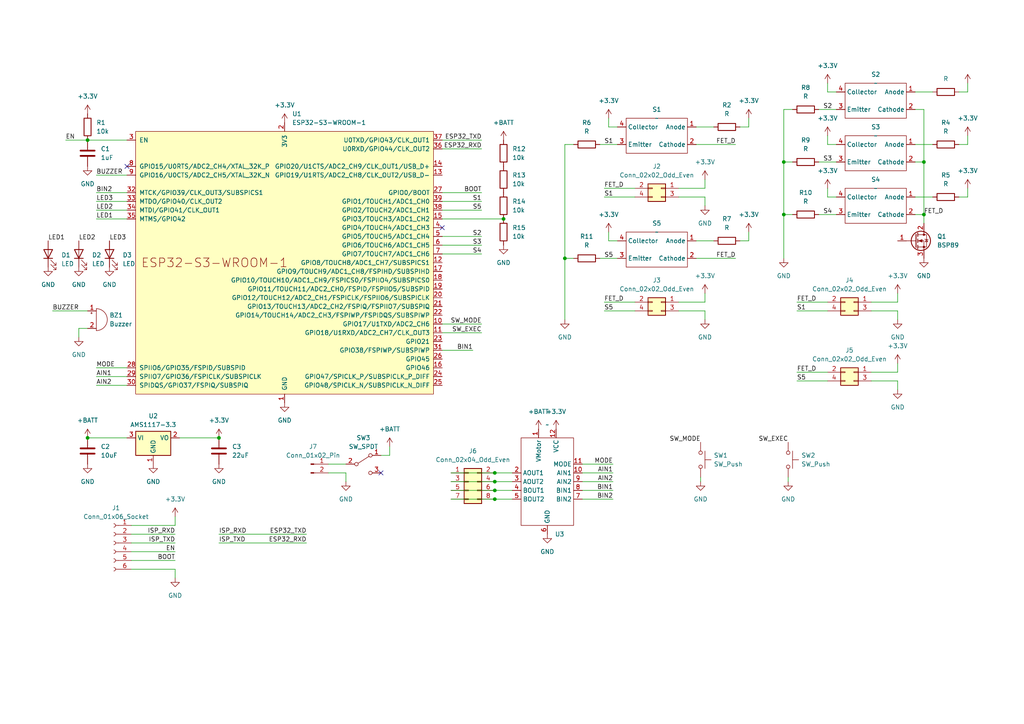
<source format=kicad_sch>
(kicad_sch (version 20230121) (generator eeschema)

  (uuid 54f48c7a-ecf4-411c-a572-7361fca9981f)

  (paper "A4")

  (lib_symbols
    (symbol "Connector:Conn_01x02_Pin" (pin_names (offset 1.016) hide) (in_bom yes) (on_board yes)
      (property "Reference" "J" (at 0 2.54 0)
        (effects (font (size 1.27 1.27)))
      )
      (property "Value" "Conn_01x02_Pin" (at 0 -5.08 0)
        (effects (font (size 1.27 1.27)))
      )
      (property "Footprint" "" (at 0 0 0)
        (effects (font (size 1.27 1.27)) hide)
      )
      (property "Datasheet" "~" (at 0 0 0)
        (effects (font (size 1.27 1.27)) hide)
      )
      (property "ki_locked" "" (at 0 0 0)
        (effects (font (size 1.27 1.27)))
      )
      (property "ki_keywords" "connector" (at 0 0 0)
        (effects (font (size 1.27 1.27)) hide)
      )
      (property "ki_description" "Generic connector, single row, 01x02, script generated" (at 0 0 0)
        (effects (font (size 1.27 1.27)) hide)
      )
      (property "ki_fp_filters" "Connector*:*_1x??_*" (at 0 0 0)
        (effects (font (size 1.27 1.27)) hide)
      )
      (symbol "Conn_01x02_Pin_1_1"
        (polyline
          (pts
            (xy 1.27 -2.54)
            (xy 0.8636 -2.54)
          )
          (stroke (width 0.1524) (type default))
          (fill (type none))
        )
        (polyline
          (pts
            (xy 1.27 0)
            (xy 0.8636 0)
          )
          (stroke (width 0.1524) (type default))
          (fill (type none))
        )
        (rectangle (start 0.8636 -2.413) (end 0 -2.667)
          (stroke (width 0.1524) (type default))
          (fill (type outline))
        )
        (rectangle (start 0.8636 0.127) (end 0 -0.127)
          (stroke (width 0.1524) (type default))
          (fill (type outline))
        )
        (pin passive line (at 5.08 0 180) (length 3.81)
          (name "Pin_1" (effects (font (size 1.27 1.27))))
          (number "1" (effects (font (size 1.27 1.27))))
        )
        (pin passive line (at 5.08 -2.54 180) (length 3.81)
          (name "Pin_2" (effects (font (size 1.27 1.27))))
          (number "2" (effects (font (size 1.27 1.27))))
        )
      )
    )
    (symbol "Connector:Conn_01x06_Socket" (pin_names (offset 1.016) hide) (in_bom yes) (on_board yes)
      (property "Reference" "J" (at 0 7.62 0)
        (effects (font (size 1.27 1.27)))
      )
      (property "Value" "Conn_01x06_Socket" (at 0 -10.16 0)
        (effects (font (size 1.27 1.27)))
      )
      (property "Footprint" "" (at 0 0 0)
        (effects (font (size 1.27 1.27)) hide)
      )
      (property "Datasheet" "~" (at 0 0 0)
        (effects (font (size 1.27 1.27)) hide)
      )
      (property "ki_locked" "" (at 0 0 0)
        (effects (font (size 1.27 1.27)))
      )
      (property "ki_keywords" "connector" (at 0 0 0)
        (effects (font (size 1.27 1.27)) hide)
      )
      (property "ki_description" "Generic connector, single row, 01x06, script generated" (at 0 0 0)
        (effects (font (size 1.27 1.27)) hide)
      )
      (property "ki_fp_filters" "Connector*:*_1x??_*" (at 0 0 0)
        (effects (font (size 1.27 1.27)) hide)
      )
      (symbol "Conn_01x06_Socket_1_1"
        (arc (start 0 -7.112) (mid -0.5058 -7.62) (end 0 -8.128)
          (stroke (width 0.1524) (type default))
          (fill (type none))
        )
        (arc (start 0 -4.572) (mid -0.5058 -5.08) (end 0 -5.588)
          (stroke (width 0.1524) (type default))
          (fill (type none))
        )
        (arc (start 0 -2.032) (mid -0.5058 -2.54) (end 0 -3.048)
          (stroke (width 0.1524) (type default))
          (fill (type none))
        )
        (polyline
          (pts
            (xy -1.27 -7.62)
            (xy -0.508 -7.62)
          )
          (stroke (width 0.1524) (type default))
          (fill (type none))
        )
        (polyline
          (pts
            (xy -1.27 -5.08)
            (xy -0.508 -5.08)
          )
          (stroke (width 0.1524) (type default))
          (fill (type none))
        )
        (polyline
          (pts
            (xy -1.27 -2.54)
            (xy -0.508 -2.54)
          )
          (stroke (width 0.1524) (type default))
          (fill (type none))
        )
        (polyline
          (pts
            (xy -1.27 0)
            (xy -0.508 0)
          )
          (stroke (width 0.1524) (type default))
          (fill (type none))
        )
        (polyline
          (pts
            (xy -1.27 2.54)
            (xy -0.508 2.54)
          )
          (stroke (width 0.1524) (type default))
          (fill (type none))
        )
        (polyline
          (pts
            (xy -1.27 5.08)
            (xy -0.508 5.08)
          )
          (stroke (width 0.1524) (type default))
          (fill (type none))
        )
        (arc (start 0 0.508) (mid -0.5058 0) (end 0 -0.508)
          (stroke (width 0.1524) (type default))
          (fill (type none))
        )
        (arc (start 0 3.048) (mid -0.5058 2.54) (end 0 2.032)
          (stroke (width 0.1524) (type default))
          (fill (type none))
        )
        (arc (start 0 5.588) (mid -0.5058 5.08) (end 0 4.572)
          (stroke (width 0.1524) (type default))
          (fill (type none))
        )
        (pin passive line (at -5.08 5.08 0) (length 3.81)
          (name "Pin_1" (effects (font (size 1.27 1.27))))
          (number "1" (effects (font (size 1.27 1.27))))
        )
        (pin passive line (at -5.08 2.54 0) (length 3.81)
          (name "Pin_2" (effects (font (size 1.27 1.27))))
          (number "2" (effects (font (size 1.27 1.27))))
        )
        (pin passive line (at -5.08 0 0) (length 3.81)
          (name "Pin_3" (effects (font (size 1.27 1.27))))
          (number "3" (effects (font (size 1.27 1.27))))
        )
        (pin passive line (at -5.08 -2.54 0) (length 3.81)
          (name "Pin_4" (effects (font (size 1.27 1.27))))
          (number "4" (effects (font (size 1.27 1.27))))
        )
        (pin passive line (at -5.08 -5.08 0) (length 3.81)
          (name "Pin_5" (effects (font (size 1.27 1.27))))
          (number "5" (effects (font (size 1.27 1.27))))
        )
        (pin passive line (at -5.08 -7.62 0) (length 3.81)
          (name "Pin_6" (effects (font (size 1.27 1.27))))
          (number "6" (effects (font (size 1.27 1.27))))
        )
      )
    )
    (symbol "Connector_Generic:Conn_02x02_Odd_Even" (pin_names (offset 1.016) hide) (in_bom yes) (on_board yes)
      (property "Reference" "J" (at 1.27 2.54 0)
        (effects (font (size 1.27 1.27)))
      )
      (property "Value" "Conn_02x02_Odd_Even" (at 1.27 -5.08 0)
        (effects (font (size 1.27 1.27)))
      )
      (property "Footprint" "" (at 0 0 0)
        (effects (font (size 1.27 1.27)) hide)
      )
      (property "Datasheet" "~" (at 0 0 0)
        (effects (font (size 1.27 1.27)) hide)
      )
      (property "ki_keywords" "connector" (at 0 0 0)
        (effects (font (size 1.27 1.27)) hide)
      )
      (property "ki_description" "Generic connector, double row, 02x02, odd/even pin numbering scheme (row 1 odd numbers, row 2 even numbers), script generated (kicad-library-utils/schlib/autogen/connector/)" (at 0 0 0)
        (effects (font (size 1.27 1.27)) hide)
      )
      (property "ki_fp_filters" "Connector*:*_2x??_*" (at 0 0 0)
        (effects (font (size 1.27 1.27)) hide)
      )
      (symbol "Conn_02x02_Odd_Even_1_1"
        (rectangle (start -1.27 -2.413) (end 0 -2.667)
          (stroke (width 0.1524) (type default))
          (fill (type none))
        )
        (rectangle (start -1.27 0.127) (end 0 -0.127)
          (stroke (width 0.1524) (type default))
          (fill (type none))
        )
        (rectangle (start -1.27 1.27) (end 3.81 -3.81)
          (stroke (width 0.254) (type default))
          (fill (type background))
        )
        (rectangle (start 3.81 -2.413) (end 2.54 -2.667)
          (stroke (width 0.1524) (type default))
          (fill (type none))
        )
        (rectangle (start 3.81 0.127) (end 2.54 -0.127)
          (stroke (width 0.1524) (type default))
          (fill (type none))
        )
        (pin passive line (at -5.08 0 0) (length 3.81)
          (name "Pin_1" (effects (font (size 1.27 1.27))))
          (number "1" (effects (font (size 1.27 1.27))))
        )
        (pin passive line (at 7.62 0 180) (length 3.81)
          (name "Pin_2" (effects (font (size 1.27 1.27))))
          (number "2" (effects (font (size 1.27 1.27))))
        )
        (pin passive line (at -5.08 -2.54 0) (length 3.81)
          (name "Pin_3" (effects (font (size 1.27 1.27))))
          (number "3" (effects (font (size 1.27 1.27))))
        )
        (pin passive line (at 7.62 -2.54 180) (length 3.81)
          (name "Pin_4" (effects (font (size 1.27 1.27))))
          (number "4" (effects (font (size 1.27 1.27))))
        )
      )
    )
    (symbol "Connector_Generic:Conn_02x04_Odd_Even" (pin_names (offset 1.016) hide) (in_bom yes) (on_board yes)
      (property "Reference" "J" (at 1.27 5.08 0)
        (effects (font (size 1.27 1.27)))
      )
      (property "Value" "Conn_02x04_Odd_Even" (at 1.27 -7.62 0)
        (effects (font (size 1.27 1.27)))
      )
      (property "Footprint" "" (at 0 0 0)
        (effects (font (size 1.27 1.27)) hide)
      )
      (property "Datasheet" "~" (at 0 0 0)
        (effects (font (size 1.27 1.27)) hide)
      )
      (property "ki_keywords" "connector" (at 0 0 0)
        (effects (font (size 1.27 1.27)) hide)
      )
      (property "ki_description" "Generic connector, double row, 02x04, odd/even pin numbering scheme (row 1 odd numbers, row 2 even numbers), script generated (kicad-library-utils/schlib/autogen/connector/)" (at 0 0 0)
        (effects (font (size 1.27 1.27)) hide)
      )
      (property "ki_fp_filters" "Connector*:*_2x??_*" (at 0 0 0)
        (effects (font (size 1.27 1.27)) hide)
      )
      (symbol "Conn_02x04_Odd_Even_1_1"
        (rectangle (start -1.27 -4.953) (end 0 -5.207)
          (stroke (width 0.1524) (type default))
          (fill (type none))
        )
        (rectangle (start -1.27 -2.413) (end 0 -2.667)
          (stroke (width 0.1524) (type default))
          (fill (type none))
        )
        (rectangle (start -1.27 0.127) (end 0 -0.127)
          (stroke (width 0.1524) (type default))
          (fill (type none))
        )
        (rectangle (start -1.27 2.667) (end 0 2.413)
          (stroke (width 0.1524) (type default))
          (fill (type none))
        )
        (rectangle (start -1.27 3.81) (end 3.81 -6.35)
          (stroke (width 0.254) (type default))
          (fill (type background))
        )
        (rectangle (start 3.81 -4.953) (end 2.54 -5.207)
          (stroke (width 0.1524) (type default))
          (fill (type none))
        )
        (rectangle (start 3.81 -2.413) (end 2.54 -2.667)
          (stroke (width 0.1524) (type default))
          (fill (type none))
        )
        (rectangle (start 3.81 0.127) (end 2.54 -0.127)
          (stroke (width 0.1524) (type default))
          (fill (type none))
        )
        (rectangle (start 3.81 2.667) (end 2.54 2.413)
          (stroke (width 0.1524) (type default))
          (fill (type none))
        )
        (pin passive line (at -5.08 2.54 0) (length 3.81)
          (name "Pin_1" (effects (font (size 1.27 1.27))))
          (number "1" (effects (font (size 1.27 1.27))))
        )
        (pin passive line (at 7.62 2.54 180) (length 3.81)
          (name "Pin_2" (effects (font (size 1.27 1.27))))
          (number "2" (effects (font (size 1.27 1.27))))
        )
        (pin passive line (at -5.08 0 0) (length 3.81)
          (name "Pin_3" (effects (font (size 1.27 1.27))))
          (number "3" (effects (font (size 1.27 1.27))))
        )
        (pin passive line (at 7.62 0 180) (length 3.81)
          (name "Pin_4" (effects (font (size 1.27 1.27))))
          (number "4" (effects (font (size 1.27 1.27))))
        )
        (pin passive line (at -5.08 -2.54 0) (length 3.81)
          (name "Pin_5" (effects (font (size 1.27 1.27))))
          (number "5" (effects (font (size 1.27 1.27))))
        )
        (pin passive line (at 7.62 -2.54 180) (length 3.81)
          (name "Pin_6" (effects (font (size 1.27 1.27))))
          (number "6" (effects (font (size 1.27 1.27))))
        )
        (pin passive line (at -5.08 -5.08 0) (length 3.81)
          (name "Pin_7" (effects (font (size 1.27 1.27))))
          (number "7" (effects (font (size 1.27 1.27))))
        )
        (pin passive line (at 7.62 -5.08 180) (length 3.81)
          (name "Pin_8" (effects (font (size 1.27 1.27))))
          (number "8" (effects (font (size 1.27 1.27))))
        )
      )
    )
    (symbol "Device:Buzzer" (pin_names (offset 0.0254) hide) (in_bom yes) (on_board yes)
      (property "Reference" "BZ" (at 3.81 1.27 0)
        (effects (font (size 1.27 1.27)) (justify left))
      )
      (property "Value" "Buzzer" (at 3.81 -1.27 0)
        (effects (font (size 1.27 1.27)) (justify left))
      )
      (property "Footprint" "" (at -0.635 2.54 90)
        (effects (font (size 1.27 1.27)) hide)
      )
      (property "Datasheet" "~" (at -0.635 2.54 90)
        (effects (font (size 1.27 1.27)) hide)
      )
      (property "ki_keywords" "quartz resonator ceramic" (at 0 0 0)
        (effects (font (size 1.27 1.27)) hide)
      )
      (property "ki_description" "Buzzer, polarized" (at 0 0 0)
        (effects (font (size 1.27 1.27)) hide)
      )
      (property "ki_fp_filters" "*Buzzer*" (at 0 0 0)
        (effects (font (size 1.27 1.27)) hide)
      )
      (symbol "Buzzer_0_1"
        (arc (start 0 -3.175) (mid 3.1612 0) (end 0 3.175)
          (stroke (width 0) (type default))
          (fill (type none))
        )
        (polyline
          (pts
            (xy -1.651 1.905)
            (xy -1.143 1.905)
          )
          (stroke (width 0) (type default))
          (fill (type none))
        )
        (polyline
          (pts
            (xy -1.397 2.159)
            (xy -1.397 1.651)
          )
          (stroke (width 0) (type default))
          (fill (type none))
        )
        (polyline
          (pts
            (xy 0 3.175)
            (xy 0 -3.175)
          )
          (stroke (width 0) (type default))
          (fill (type none))
        )
      )
      (symbol "Buzzer_1_1"
        (pin passive line (at -2.54 2.54 0) (length 2.54)
          (name "-" (effects (font (size 1.27 1.27))))
          (number "1" (effects (font (size 1.27 1.27))))
        )
        (pin passive line (at -2.54 -2.54 0) (length 2.54)
          (name "+" (effects (font (size 1.27 1.27))))
          (number "2" (effects (font (size 1.27 1.27))))
        )
      )
    )
    (symbol "Device:C" (pin_numbers hide) (pin_names (offset 0.254)) (in_bom yes) (on_board yes)
      (property "Reference" "C" (at 0.635 2.54 0)
        (effects (font (size 1.27 1.27)) (justify left))
      )
      (property "Value" "C" (at 0.635 -2.54 0)
        (effects (font (size 1.27 1.27)) (justify left))
      )
      (property "Footprint" "" (at 0.9652 -3.81 0)
        (effects (font (size 1.27 1.27)) hide)
      )
      (property "Datasheet" "~" (at 0 0 0)
        (effects (font (size 1.27 1.27)) hide)
      )
      (property "ki_keywords" "cap capacitor" (at 0 0 0)
        (effects (font (size 1.27 1.27)) hide)
      )
      (property "ki_description" "Unpolarized capacitor" (at 0 0 0)
        (effects (font (size 1.27 1.27)) hide)
      )
      (property "ki_fp_filters" "C_*" (at 0 0 0)
        (effects (font (size 1.27 1.27)) hide)
      )
      (symbol "C_0_1"
        (polyline
          (pts
            (xy -2.032 -0.762)
            (xy 2.032 -0.762)
          )
          (stroke (width 0.508) (type default))
          (fill (type none))
        )
        (polyline
          (pts
            (xy -2.032 0.762)
            (xy 2.032 0.762)
          )
          (stroke (width 0.508) (type default))
          (fill (type none))
        )
      )
      (symbol "C_1_1"
        (pin passive line (at 0 3.81 270) (length 2.794)
          (name "~" (effects (font (size 1.27 1.27))))
          (number "1" (effects (font (size 1.27 1.27))))
        )
        (pin passive line (at 0 -3.81 90) (length 2.794)
          (name "~" (effects (font (size 1.27 1.27))))
          (number "2" (effects (font (size 1.27 1.27))))
        )
      )
    )
    (symbol "Device:LED" (pin_numbers hide) (pin_names (offset 1.016) hide) (in_bom yes) (on_board yes)
      (property "Reference" "D" (at 0 2.54 0)
        (effects (font (size 1.27 1.27)))
      )
      (property "Value" "LED" (at 0 -2.54 0)
        (effects (font (size 1.27 1.27)))
      )
      (property "Footprint" "" (at 0 0 0)
        (effects (font (size 1.27 1.27)) hide)
      )
      (property "Datasheet" "~" (at 0 0 0)
        (effects (font (size 1.27 1.27)) hide)
      )
      (property "ki_keywords" "LED diode" (at 0 0 0)
        (effects (font (size 1.27 1.27)) hide)
      )
      (property "ki_description" "Light emitting diode" (at 0 0 0)
        (effects (font (size 1.27 1.27)) hide)
      )
      (property "ki_fp_filters" "LED* LED_SMD:* LED_THT:*" (at 0 0 0)
        (effects (font (size 1.27 1.27)) hide)
      )
      (symbol "LED_0_1"
        (polyline
          (pts
            (xy -1.27 -1.27)
            (xy -1.27 1.27)
          )
          (stroke (width 0.254) (type default))
          (fill (type none))
        )
        (polyline
          (pts
            (xy -1.27 0)
            (xy 1.27 0)
          )
          (stroke (width 0) (type default))
          (fill (type none))
        )
        (polyline
          (pts
            (xy 1.27 -1.27)
            (xy 1.27 1.27)
            (xy -1.27 0)
            (xy 1.27 -1.27)
          )
          (stroke (width 0.254) (type default))
          (fill (type none))
        )
        (polyline
          (pts
            (xy -3.048 -0.762)
            (xy -4.572 -2.286)
            (xy -3.81 -2.286)
            (xy -4.572 -2.286)
            (xy -4.572 -1.524)
          )
          (stroke (width 0) (type default))
          (fill (type none))
        )
        (polyline
          (pts
            (xy -1.778 -0.762)
            (xy -3.302 -2.286)
            (xy -2.54 -2.286)
            (xy -3.302 -2.286)
            (xy -3.302 -1.524)
          )
          (stroke (width 0) (type default))
          (fill (type none))
        )
      )
      (symbol "LED_1_1"
        (pin passive line (at -3.81 0 0) (length 2.54)
          (name "K" (effects (font (size 1.27 1.27))))
          (number "1" (effects (font (size 1.27 1.27))))
        )
        (pin passive line (at 3.81 0 180) (length 2.54)
          (name "A" (effects (font (size 1.27 1.27))))
          (number "2" (effects (font (size 1.27 1.27))))
        )
      )
    )
    (symbol "Device:R" (pin_numbers hide) (pin_names (offset 0)) (in_bom yes) (on_board yes)
      (property "Reference" "R" (at 2.032 0 90)
        (effects (font (size 1.27 1.27)))
      )
      (property "Value" "R" (at 0 0 90)
        (effects (font (size 1.27 1.27)))
      )
      (property "Footprint" "" (at -1.778 0 90)
        (effects (font (size 1.27 1.27)) hide)
      )
      (property "Datasheet" "~" (at 0 0 0)
        (effects (font (size 1.27 1.27)) hide)
      )
      (property "ki_keywords" "R res resistor" (at 0 0 0)
        (effects (font (size 1.27 1.27)) hide)
      )
      (property "ki_description" "Resistor" (at 0 0 0)
        (effects (font (size 1.27 1.27)) hide)
      )
      (property "ki_fp_filters" "R_*" (at 0 0 0)
        (effects (font (size 1.27 1.27)) hide)
      )
      (symbol "R_0_1"
        (rectangle (start -1.016 -2.54) (end 1.016 2.54)
          (stroke (width 0.254) (type default))
          (fill (type none))
        )
      )
      (symbol "R_1_1"
        (pin passive line (at 0 3.81 270) (length 1.27)
          (name "~" (effects (font (size 1.27 1.27))))
          (number "1" (effects (font (size 1.27 1.27))))
        )
        (pin passive line (at 0 -3.81 90) (length 1.27)
          (name "~" (effects (font (size 1.27 1.27))))
          (number "2" (effects (font (size 1.27 1.27))))
        )
      )
    )
    (symbol "Espressif:ESP32-S3-WROOM-1" (pin_names (offset 1.016)) (in_bom yes) (on_board yes)
      (property "Reference" "U" (at -43.18 43.18 0)
        (effects (font (size 1.27 1.27)) (justify left))
      )
      (property "Value" "ESP32-S3-WROOM-1" (at -43.18 40.64 0)
        (effects (font (size 1.27 1.27)) (justify left))
      )
      (property "Footprint" "PCM_Espressif:ESP32-S3-WROOM-1" (at 2.54 -48.26 0)
        (effects (font (size 1.27 1.27)) hide)
      )
      (property "Datasheet" "https://www.espressif.com/sites/default/files/documentation/esp32-s3-wroom-1_wroom-1u_datasheet_en.pdf" (at 2.54 -50.8 0)
        (effects (font (size 1.27 1.27)) hide)
      )
      (property "ki_description" "2.4 GHz WiFi (802.11 b/g/n) and Bluetooth ® 5 (LE) module Built around ESP32S3 series of SoCs, Xtensa ® dualcore 32bit LX7 microprocessor Flash up to 16 MB, PSRAM up to 8 MB 36 GPIOs, rich set of peripherals Onboard PCB antenna" (at 0 0 0)
        (effects (font (size 1.27 1.27)) hide)
      )
      (symbol "ESP32-S3-WROOM-1_0_0"
        (text "ESP32-S3-WROOM-1" (at -20.32 0 0)
          (effects (font (size 2.54 2.54)))
        )
        (pin power_in line (at 0 -40.64 90) (length 2.54)
          (name "GND" (effects (font (size 1.27 1.27))))
          (number "1" (effects (font (size 1.27 1.27))))
        )
        (pin bidirectional line (at 45.72 -17.78 180) (length 2.54)
          (name "GPIO17/U1TXD/ADC2_CH6" (effects (font (size 1.27 1.27))))
          (number "10" (effects (font (size 1.27 1.27))))
        )
        (pin bidirectional line (at 45.72 -20.32 180) (length 2.54)
          (name "GPIO18/U1RXD/ADC2_CH7/CLK_OUT3" (effects (font (size 1.27 1.27))))
          (number "11" (effects (font (size 1.27 1.27))))
        )
        (pin bidirectional line (at 45.72 0 180) (length 2.54)
          (name "GPIO8/TOUCH8/ADC1_CH7/SUBSPICS1" (effects (font (size 1.27 1.27))))
          (number "12" (effects (font (size 1.27 1.27))))
        )
        (pin bidirectional line (at 45.72 25.4 180) (length 2.54)
          (name "GPIO19/U1RTS/ADC2_CH8/CLK_OUT2/USB_D-" (effects (font (size 1.27 1.27))))
          (number "13" (effects (font (size 1.27 1.27))))
        )
        (pin bidirectional line (at 45.72 27.94 180) (length 2.54)
          (name "GPIO20/U1CTS/ADC2_CH9/CLK_OUT1/USB_D+" (effects (font (size 1.27 1.27))))
          (number "14" (effects (font (size 1.27 1.27))))
        )
        (pin bidirectional line (at 45.72 12.7 180) (length 2.54)
          (name "GPIO3/TOUCH3/ADC1_CH2" (effects (font (size 1.27 1.27))))
          (number "15" (effects (font (size 1.27 1.27))))
        )
        (pin bidirectional line (at 45.72 -30.48 180) (length 2.54)
          (name "GPIO46" (effects (font (size 1.27 1.27))))
          (number "16" (effects (font (size 1.27 1.27))))
        )
        (pin bidirectional line (at 45.72 -2.54 180) (length 2.54)
          (name "GPIO9/TOUCH9/ADC1_CH8/FSPIHD/SUBSPIHD" (effects (font (size 1.27 1.27))))
          (number "17" (effects (font (size 1.27 1.27))))
        )
        (pin bidirectional line (at 45.72 -5.08 180) (length 2.54)
          (name "GPIO10/TOUCH10/ADC1_CH9/FSPICS0/FSPIIO4/SUBSPICS0" (effects (font (size 1.27 1.27))))
          (number "18" (effects (font (size 1.27 1.27))))
        )
        (pin bidirectional line (at 45.72 -7.62 180) (length 2.54)
          (name "GPIO11/TOUCH11/ADC2_CH0/FSPID/FSPIIO5/SUBSPID" (effects (font (size 1.27 1.27))))
          (number "19" (effects (font (size 1.27 1.27))))
        )
        (pin power_in line (at 0 40.64 270) (length 2.54)
          (name "3V3" (effects (font (size 1.27 1.27))))
          (number "2" (effects (font (size 1.27 1.27))))
        )
        (pin bidirectional line (at 45.72 -10.16 180) (length 2.54)
          (name "GPIO12/TOUCH12/ADC2_CH1/FSPICLK/FSPIIO6/SUBSPICLK" (effects (font (size 1.27 1.27))))
          (number "20" (effects (font (size 1.27 1.27))))
        )
        (pin bidirectional line (at 45.72 -12.7 180) (length 2.54)
          (name "GPIO13/TOUCH13/ADC2_CH2/FSPIQ/FSPIIO7/SUBSPIQ" (effects (font (size 1.27 1.27))))
          (number "21" (effects (font (size 1.27 1.27))))
        )
        (pin bidirectional line (at 45.72 -15.24 180) (length 2.54)
          (name "GPIO14/TOUCH14/ADC2_CH3/FSPIWP/FSPIDQS/SUBSPIWP" (effects (font (size 1.27 1.27))))
          (number "22" (effects (font (size 1.27 1.27))))
        )
        (pin bidirectional line (at 45.72 -22.86 180) (length 2.54)
          (name "GPIO21" (effects (font (size 1.27 1.27))))
          (number "23" (effects (font (size 1.27 1.27))))
        )
        (pin bidirectional line (at 45.72 -33.02 180) (length 2.54)
          (name "GPIO47/SPICLK_P/SUBSPICLK_P_DIFF" (effects (font (size 1.27 1.27))))
          (number "24" (effects (font (size 1.27 1.27))))
        )
        (pin bidirectional line (at 45.72 -35.56 180) (length 2.54)
          (name "GPIO48/SPICLK_N/SUBSPICLK_N_DIFF" (effects (font (size 1.27 1.27))))
          (number "25" (effects (font (size 1.27 1.27))))
        )
        (pin bidirectional line (at 45.72 -27.94 180) (length 2.54)
          (name "GPIO45" (effects (font (size 1.27 1.27))))
          (number "26" (effects (font (size 1.27 1.27))))
        )
        (pin bidirectional line (at 45.72 20.32 180) (length 2.54)
          (name "GPIO0/BOOT" (effects (font (size 1.27 1.27))))
          (number "27" (effects (font (size 1.27 1.27))))
        )
        (pin bidirectional line (at -45.72 -30.48 0) (length 2.54)
          (name "SPIIO6/GPIO35/FSPID/SUBSPID" (effects (font (size 1.27 1.27))))
          (number "28" (effects (font (size 1.27 1.27))))
        )
        (pin bidirectional line (at -45.72 -33.02 0) (length 2.54)
          (name "SPIIO7/GPIO36/FSPICLK/SUBSPICLK" (effects (font (size 1.27 1.27))))
          (number "29" (effects (font (size 1.27 1.27))))
        )
        (pin input line (at -45.72 35.56 0) (length 2.54)
          (name "EN" (effects (font (size 1.27 1.27))))
          (number "3" (effects (font (size 1.27 1.27))))
        )
        (pin bidirectional line (at -45.72 -35.56 0) (length 2.54)
          (name "SPIDQS/GPIO37/FSPIQ/SUBSPIQ" (effects (font (size 1.27 1.27))))
          (number "30" (effects (font (size 1.27 1.27))))
        )
        (pin bidirectional line (at 45.72 -25.4 180) (length 2.54)
          (name "GPIO38/FSPIWP/SUBSPIWP" (effects (font (size 1.27 1.27))))
          (number "31" (effects (font (size 1.27 1.27))))
        )
        (pin bidirectional line (at -45.72 20.32 0) (length 2.54)
          (name "MTCK/GPIO39/CLK_OUT3/SUBSPICS1" (effects (font (size 1.27 1.27))))
          (number "32" (effects (font (size 1.27 1.27))))
        )
        (pin bidirectional line (at -45.72 17.78 0) (length 2.54)
          (name "MTDO/GPIO40/CLK_OUT2" (effects (font (size 1.27 1.27))))
          (number "33" (effects (font (size 1.27 1.27))))
        )
        (pin bidirectional line (at -45.72 15.24 0) (length 2.54)
          (name "MTDI/GPIO41/CLK_OUT1" (effects (font (size 1.27 1.27))))
          (number "34" (effects (font (size 1.27 1.27))))
        )
        (pin bidirectional line (at -45.72 12.7 0) (length 2.54)
          (name "MTMS/GPIO42" (effects (font (size 1.27 1.27))))
          (number "35" (effects (font (size 1.27 1.27))))
        )
        (pin bidirectional line (at 45.72 33.02 180) (length 2.54)
          (name "U0RXD/GPIO44/CLK_OUT2" (effects (font (size 1.27 1.27))))
          (number "36" (effects (font (size 1.27 1.27))))
        )
        (pin bidirectional line (at 45.72 35.56 180) (length 2.54)
          (name "U0TXD/GPIO43/CLK_OUT1" (effects (font (size 1.27 1.27))))
          (number "37" (effects (font (size 1.27 1.27))))
        )
        (pin bidirectional line (at 45.72 15.24 180) (length 2.54)
          (name "GPIO2/TOUCH2/ADC1_CH1" (effects (font (size 1.27 1.27))))
          (number "38" (effects (font (size 1.27 1.27))))
        )
        (pin bidirectional line (at 45.72 17.78 180) (length 2.54)
          (name "GPIO1/TOUCH1/ADC1_CH0" (effects (font (size 1.27 1.27))))
          (number "39" (effects (font (size 1.27 1.27))))
        )
        (pin bidirectional line (at 45.72 10.16 180) (length 2.54)
          (name "GPIO4/TOUCH4/ADC1_CH3" (effects (font (size 1.27 1.27))))
          (number "4" (effects (font (size 1.27 1.27))))
        )
        (pin passive line (at 0 -40.64 90) (length 2.54) hide
          (name "GND" (effects (font (size 1.27 1.27))))
          (number "40" (effects (font (size 1.27 1.27))))
        )
        (pin passive line (at 0 -40.64 90) (length 2.54) hide
          (name "GND" (effects (font (size 1.27 1.27))))
          (number "41" (effects (font (size 1.27 1.27))))
        )
        (pin bidirectional line (at 45.72 7.62 180) (length 2.54)
          (name "GPIO5/TOUCH5/ADC1_CH4" (effects (font (size 1.27 1.27))))
          (number "5" (effects (font (size 1.27 1.27))))
        )
        (pin bidirectional line (at 45.72 5.08 180) (length 2.54)
          (name "GPIO6/TOUCH6/ADC1_CH5" (effects (font (size 1.27 1.27))))
          (number "6" (effects (font (size 1.27 1.27))))
        )
        (pin bidirectional line (at 45.72 2.54 180) (length 2.54)
          (name "GPIO7/TOUCH7/ADC1_CH6" (effects (font (size 1.27 1.27))))
          (number "7" (effects (font (size 1.27 1.27))))
        )
        (pin bidirectional line (at -45.72 27.94 0) (length 2.54)
          (name "GPIO15/U0RTS/ADC2_CH4/XTAL_32K_P" (effects (font (size 1.27 1.27))))
          (number "8" (effects (font (size 1.27 1.27))))
        )
        (pin bidirectional line (at -45.72 25.4 0) (length 2.54)
          (name "GPIO16/U0CTS/ADC2_CH5/XTAL_32K_N" (effects (font (size 1.27 1.27))))
          (number "9" (effects (font (size 1.27 1.27))))
        )
      )
      (symbol "ESP32-S3-WROOM-1_0_1"
        (rectangle (start -43.18 38.1) (end 43.18 -38.1)
          (stroke (width 0) (type default))
          (fill (type background))
        )
      )
    )
    (symbol "Regulator_Linear:AMS1117-3.3" (in_bom yes) (on_board yes)
      (property "Reference" "U" (at -3.81 3.175 0)
        (effects (font (size 1.27 1.27)))
      )
      (property "Value" "AMS1117-3.3" (at 0 3.175 0)
        (effects (font (size 1.27 1.27)) (justify left))
      )
      (property "Footprint" "Package_TO_SOT_SMD:SOT-223-3_TabPin2" (at 0 5.08 0)
        (effects (font (size 1.27 1.27)) hide)
      )
      (property "Datasheet" "http://www.advanced-monolithic.com/pdf/ds1117.pdf" (at 2.54 -6.35 0)
        (effects (font (size 1.27 1.27)) hide)
      )
      (property "ki_keywords" "linear regulator ldo fixed positive" (at 0 0 0)
        (effects (font (size 1.27 1.27)) hide)
      )
      (property "ki_description" "1A Low Dropout regulator, positive, 3.3V fixed output, SOT-223" (at 0 0 0)
        (effects (font (size 1.27 1.27)) hide)
      )
      (property "ki_fp_filters" "SOT?223*TabPin2*" (at 0 0 0)
        (effects (font (size 1.27 1.27)) hide)
      )
      (symbol "AMS1117-3.3_0_1"
        (rectangle (start -5.08 -5.08) (end 5.08 1.905)
          (stroke (width 0.254) (type default))
          (fill (type background))
        )
      )
      (symbol "AMS1117-3.3_1_1"
        (pin power_in line (at 0 -7.62 90) (length 2.54)
          (name "GND" (effects (font (size 1.27 1.27))))
          (number "1" (effects (font (size 1.27 1.27))))
        )
        (pin power_out line (at 7.62 0 180) (length 2.54)
          (name "VO" (effects (font (size 1.27 1.27))))
          (number "2" (effects (font (size 1.27 1.27))))
        )
        (pin power_in line (at -7.62 0 0) (length 2.54)
          (name "VI" (effects (font (size 1.27 1.27))))
          (number "3" (effects (font (size 1.27 1.27))))
        )
      )
    )
    (symbol "Switch:SW_Push" (pin_numbers hide) (pin_names (offset 1.016) hide) (in_bom yes) (on_board yes)
      (property "Reference" "SW" (at 1.27 2.54 0)
        (effects (font (size 1.27 1.27)) (justify left))
      )
      (property "Value" "SW_Push" (at 0 -1.524 0)
        (effects (font (size 1.27 1.27)))
      )
      (property "Footprint" "" (at 0 5.08 0)
        (effects (font (size 1.27 1.27)) hide)
      )
      (property "Datasheet" "~" (at 0 5.08 0)
        (effects (font (size 1.27 1.27)) hide)
      )
      (property "ki_keywords" "switch normally-open pushbutton push-button" (at 0 0 0)
        (effects (font (size 1.27 1.27)) hide)
      )
      (property "ki_description" "Push button switch, generic, two pins" (at 0 0 0)
        (effects (font (size 1.27 1.27)) hide)
      )
      (symbol "SW_Push_0_1"
        (circle (center -2.032 0) (radius 0.508)
          (stroke (width 0) (type default))
          (fill (type none))
        )
        (polyline
          (pts
            (xy 0 1.27)
            (xy 0 3.048)
          )
          (stroke (width 0) (type default))
          (fill (type none))
        )
        (polyline
          (pts
            (xy 2.54 1.27)
            (xy -2.54 1.27)
          )
          (stroke (width 0) (type default))
          (fill (type none))
        )
        (circle (center 2.032 0) (radius 0.508)
          (stroke (width 0) (type default))
          (fill (type none))
        )
        (pin passive line (at -5.08 0 0) (length 2.54)
          (name "1" (effects (font (size 1.27 1.27))))
          (number "1" (effects (font (size 1.27 1.27))))
        )
        (pin passive line (at 5.08 0 180) (length 2.54)
          (name "2" (effects (font (size 1.27 1.27))))
          (number "2" (effects (font (size 1.27 1.27))))
        )
      )
    )
    (symbol "Switch:SW_SPDT" (pin_names (offset 0) hide) (in_bom yes) (on_board yes)
      (property "Reference" "SW" (at 0 4.318 0)
        (effects (font (size 1.27 1.27)))
      )
      (property "Value" "SW_SPDT" (at 0 -5.08 0)
        (effects (font (size 1.27 1.27)))
      )
      (property "Footprint" "" (at 0 0 0)
        (effects (font (size 1.27 1.27)) hide)
      )
      (property "Datasheet" "~" (at 0 0 0)
        (effects (font (size 1.27 1.27)) hide)
      )
      (property "ki_keywords" "switch single-pole double-throw spdt ON-ON" (at 0 0 0)
        (effects (font (size 1.27 1.27)) hide)
      )
      (property "ki_description" "Switch, single pole double throw" (at 0 0 0)
        (effects (font (size 1.27 1.27)) hide)
      )
      (symbol "SW_SPDT_0_0"
        (circle (center -2.032 0) (radius 0.508)
          (stroke (width 0) (type default))
          (fill (type none))
        )
        (circle (center 2.032 -2.54) (radius 0.508)
          (stroke (width 0) (type default))
          (fill (type none))
        )
      )
      (symbol "SW_SPDT_0_1"
        (polyline
          (pts
            (xy -1.524 0.254)
            (xy 1.651 2.286)
          )
          (stroke (width 0) (type default))
          (fill (type none))
        )
        (circle (center 2.032 2.54) (radius 0.508)
          (stroke (width 0) (type default))
          (fill (type none))
        )
      )
      (symbol "SW_SPDT_1_1"
        (pin passive line (at 5.08 2.54 180) (length 2.54)
          (name "A" (effects (font (size 1.27 1.27))))
          (number "1" (effects (font (size 1.27 1.27))))
        )
        (pin passive line (at -5.08 0 0) (length 2.54)
          (name "B" (effects (font (size 1.27 1.27))))
          (number "2" (effects (font (size 1.27 1.27))))
        )
        (pin passive line (at 5.08 -2.54 180) (length 2.54)
          (name "C" (effects (font (size 1.27 1.27))))
          (number "3" (effects (font (size 1.27 1.27))))
        )
      )
    )
    (symbol "Tracer-S3-components:DRV8835" (in_bom yes) (on_board yes)
      (property "Reference" "U" (at 0 3.81 0)
        (effects (font (size 1.27 1.27)))
      )
      (property "Value" "" (at 0 3.81 0)
        (effects (font (size 1.27 1.27)))
      )
      (property "Footprint" "" (at 0 3.81 0)
        (effects (font (size 1.27 1.27)) hide)
      )
      (property "Datasheet" "" (at 0 3.81 0)
        (effects (font (size 1.27 1.27)) hide)
      )
      (symbol "DRV8835_0_1"
        (rectangle (start -7.62 0) (end 7.62 -25.4)
          (stroke (width 0) (type default))
          (fill (type none))
        )
      )
      (symbol "DRV8835_1_1"
        (pin power_in line (at -2.54 2.54 270) (length 2.54)
          (name "VMotor" (effects (font (size 1.27 1.27))))
          (number "1" (effects (font (size 1.27 1.27))))
        )
        (pin input line (at 10.16 -10.16 180) (length 2.54)
          (name "AIN1" (effects (font (size 1.27 1.27))))
          (number "10" (effects (font (size 1.27 1.27))))
        )
        (pin input line (at 10.16 -7.62 180) (length 2.54)
          (name "MODE" (effects (font (size 1.27 1.27))))
          (number "11" (effects (font (size 1.27 1.27))))
        )
        (pin power_in line (at 2.54 2.54 270) (length 2.54)
          (name "VCC" (effects (font (size 1.27 1.27))))
          (number "12" (effects (font (size 1.27 1.27))))
        )
        (pin output line (at -10.16 -10.16 0) (length 2.54)
          (name "AOUT1" (effects (font (size 1.27 1.27))))
          (number "2" (effects (font (size 1.27 1.27))))
        )
        (pin output line (at -10.16 -12.7 0) (length 2.54)
          (name "AOUT2" (effects (font (size 1.27 1.27))))
          (number "3" (effects (font (size 1.27 1.27))))
        )
        (pin output line (at -10.16 -15.24 0) (length 2.54)
          (name "BOUT1" (effects (font (size 1.27 1.27))))
          (number "4" (effects (font (size 1.27 1.27))))
        )
        (pin output line (at -10.16 -17.78 0) (length 2.54)
          (name "BOUT2" (effects (font (size 1.27 1.27))))
          (number "5" (effects (font (size 1.27 1.27))))
        )
        (pin power_in line (at 0 -27.94 90) (length 2.54)
          (name "GND" (effects (font (size 1.27 1.27))))
          (number "6" (effects (font (size 1.27 1.27))))
        )
        (pin input line (at 10.16 -17.78 180) (length 2.54)
          (name "BIN2" (effects (font (size 1.27 1.27))))
          (number "7" (effects (font (size 1.27 1.27))))
        )
        (pin input line (at 10.16 -15.24 180) (length 2.54)
          (name "BIN1" (effects (font (size 1.27 1.27))))
          (number "8" (effects (font (size 1.27 1.27))))
        )
        (pin input line (at 10.16 -12.7 180) (length 2.54)
          (name "AIN2" (effects (font (size 1.27 1.27))))
          (number "9" (effects (font (size 1.27 1.27))))
        )
      )
    )
    (symbol "Tracer-S3-components:LBR-127HLD" (in_bom yes) (on_board yes)
      (property "Reference" "S" (at 0 1.27 0)
        (effects (font (size 1.27 1.27)))
      )
      (property "Value" "" (at 0 0 0)
        (effects (font (size 1.27 1.27)))
      )
      (property "Footprint" "" (at 0 0 0)
        (effects (font (size 1.27 1.27)) hide)
      )
      (property "Datasheet" "" (at 0 0 0)
        (effects (font (size 1.27 1.27)) hide)
      )
      (symbol "LBR-127HLD_0_1"
        (rectangle (start -8.89 0) (end 8.89 -10.16)
          (stroke (width 0) (type default))
          (fill (type none))
        )
      )
      (symbol "LBR-127HLD_1_1"
        (pin passive line (at 11.43 -2.54 180) (length 2.54)
          (name "Anode" (effects (font (size 1.27 1.27))))
          (number "1" (effects (font (size 1.27 1.27))))
        )
        (pin passive line (at 11.43 -7.62 180) (length 2.54)
          (name "Cathode" (effects (font (size 1.27 1.27))))
          (number "2" (effects (font (size 1.27 1.27))))
        )
        (pin passive line (at -11.43 -7.62 0) (length 2.54)
          (name "Emitter" (effects (font (size 1.27 1.27))))
          (number "3" (effects (font (size 1.27 1.27))))
        )
        (pin passive line (at -11.43 -2.54 0) (length 2.54)
          (name "Collector" (effects (font (size 1.27 1.27))))
          (number "4" (effects (font (size 1.27 1.27))))
        )
      )
    )
    (symbol "Transistor_FET:BSP89" (pin_names hide) (in_bom yes) (on_board yes)
      (property "Reference" "Q" (at 5.08 1.905 0)
        (effects (font (size 1.27 1.27)) (justify left))
      )
      (property "Value" "BSP89" (at 5.08 0 0)
        (effects (font (size 1.27 1.27)) (justify left))
      )
      (property "Footprint" "Package_TO_SOT_SMD:SOT-223-3_TabPin2" (at 5.08 -1.905 0)
        (effects (font (size 1.27 1.27) italic) (justify left) hide)
      )
      (property "Datasheet" "https://www.infineon.com/dgdl/Infineon-BSP89-DS-v02_02-en.pdf?fileId=db3a30433b47825b013b4b8a07f90d55" (at 0 0 0)
        (effects (font (size 1.27 1.27)) (justify left) hide)
      )
      (property "ki_keywords" "N-Channel MOSFET" (at 0 0 0)
        (effects (font (size 1.27 1.27)) hide)
      )
      (property "ki_description" "0.35A Id, 240V Vds, N-Channel Enhancement Mode MOSFET, SOT-223" (at 0 0 0)
        (effects (font (size 1.27 1.27)) hide)
      )
      (property "ki_fp_filters" "SOT?223*" (at 0 0 0)
        (effects (font (size 1.27 1.27)) hide)
      )
      (symbol "BSP89_0_1"
        (polyline
          (pts
            (xy 0.254 0)
            (xy -2.54 0)
          )
          (stroke (width 0) (type default))
          (fill (type none))
        )
        (polyline
          (pts
            (xy 0.254 1.905)
            (xy 0.254 -1.905)
          )
          (stroke (width 0.254) (type default))
          (fill (type none))
        )
        (polyline
          (pts
            (xy 0.762 -1.27)
            (xy 0.762 -2.286)
          )
          (stroke (width 0.254) (type default))
          (fill (type none))
        )
        (polyline
          (pts
            (xy 0.762 0.508)
            (xy 0.762 -0.508)
          )
          (stroke (width 0.254) (type default))
          (fill (type none))
        )
        (polyline
          (pts
            (xy 0.762 2.286)
            (xy 0.762 1.27)
          )
          (stroke (width 0.254) (type default))
          (fill (type none))
        )
        (polyline
          (pts
            (xy 2.54 2.54)
            (xy 2.54 1.778)
          )
          (stroke (width 0) (type default))
          (fill (type none))
        )
        (polyline
          (pts
            (xy 2.54 -2.54)
            (xy 2.54 0)
            (xy 0.762 0)
          )
          (stroke (width 0) (type default))
          (fill (type none))
        )
        (polyline
          (pts
            (xy 0.762 -1.778)
            (xy 3.302 -1.778)
            (xy 3.302 1.778)
            (xy 0.762 1.778)
          )
          (stroke (width 0) (type default))
          (fill (type none))
        )
        (polyline
          (pts
            (xy 1.016 0)
            (xy 2.032 0.381)
            (xy 2.032 -0.381)
            (xy 1.016 0)
          )
          (stroke (width 0) (type default))
          (fill (type outline))
        )
        (polyline
          (pts
            (xy 2.794 0.508)
            (xy 2.921 0.381)
            (xy 3.683 0.381)
            (xy 3.81 0.254)
          )
          (stroke (width 0) (type default))
          (fill (type none))
        )
        (polyline
          (pts
            (xy 3.302 0.381)
            (xy 2.921 -0.254)
            (xy 3.683 -0.254)
            (xy 3.302 0.381)
          )
          (stroke (width 0) (type default))
          (fill (type none))
        )
        (circle (center 1.651 0) (radius 2.794)
          (stroke (width 0.254) (type default))
          (fill (type none))
        )
        (circle (center 2.54 -1.778) (radius 0.254)
          (stroke (width 0) (type default))
          (fill (type outline))
        )
        (circle (center 2.54 1.778) (radius 0.254)
          (stroke (width 0) (type default))
          (fill (type outline))
        )
      )
      (symbol "BSP89_1_1"
        (pin input line (at -5.08 0 0) (length 2.54)
          (name "G" (effects (font (size 1.27 1.27))))
          (number "1" (effects (font (size 1.27 1.27))))
        )
        (pin passive line (at 2.54 5.08 270) (length 2.54)
          (name "D" (effects (font (size 1.27 1.27))))
          (number "2" (effects (font (size 1.27 1.27))))
        )
        (pin passive line (at 2.54 -5.08 90) (length 2.54)
          (name "S" (effects (font (size 1.27 1.27))))
          (number "3" (effects (font (size 1.27 1.27))))
        )
      )
    )
    (symbol "power:+3.3V" (power) (pin_names (offset 0)) (in_bom yes) (on_board yes)
      (property "Reference" "#PWR" (at 0 -3.81 0)
        (effects (font (size 1.27 1.27)) hide)
      )
      (property "Value" "+3.3V" (at 0 3.556 0)
        (effects (font (size 1.27 1.27)))
      )
      (property "Footprint" "" (at 0 0 0)
        (effects (font (size 1.27 1.27)) hide)
      )
      (property "Datasheet" "" (at 0 0 0)
        (effects (font (size 1.27 1.27)) hide)
      )
      (property "ki_keywords" "global power" (at 0 0 0)
        (effects (font (size 1.27 1.27)) hide)
      )
      (property "ki_description" "Power symbol creates a global label with name \"+3.3V\"" (at 0 0 0)
        (effects (font (size 1.27 1.27)) hide)
      )
      (symbol "+3.3V_0_1"
        (polyline
          (pts
            (xy -0.762 1.27)
            (xy 0 2.54)
          )
          (stroke (width 0) (type default))
          (fill (type none))
        )
        (polyline
          (pts
            (xy 0 0)
            (xy 0 2.54)
          )
          (stroke (width 0) (type default))
          (fill (type none))
        )
        (polyline
          (pts
            (xy 0 2.54)
            (xy 0.762 1.27)
          )
          (stroke (width 0) (type default))
          (fill (type none))
        )
      )
      (symbol "+3.3V_1_1"
        (pin power_in line (at 0 0 90) (length 0) hide
          (name "+3.3V" (effects (font (size 1.27 1.27))))
          (number "1" (effects (font (size 1.27 1.27))))
        )
      )
    )
    (symbol "power:+BATT" (power) (pin_names (offset 0)) (in_bom yes) (on_board yes)
      (property "Reference" "#PWR" (at 0 -3.81 0)
        (effects (font (size 1.27 1.27)) hide)
      )
      (property "Value" "+BATT" (at 0 3.556 0)
        (effects (font (size 1.27 1.27)))
      )
      (property "Footprint" "" (at 0 0 0)
        (effects (font (size 1.27 1.27)) hide)
      )
      (property "Datasheet" "" (at 0 0 0)
        (effects (font (size 1.27 1.27)) hide)
      )
      (property "ki_keywords" "global power battery" (at 0 0 0)
        (effects (font (size 1.27 1.27)) hide)
      )
      (property "ki_description" "Power symbol creates a global label with name \"+BATT\"" (at 0 0 0)
        (effects (font (size 1.27 1.27)) hide)
      )
      (symbol "+BATT_0_1"
        (polyline
          (pts
            (xy -0.762 1.27)
            (xy 0 2.54)
          )
          (stroke (width 0) (type default))
          (fill (type none))
        )
        (polyline
          (pts
            (xy 0 0)
            (xy 0 2.54)
          )
          (stroke (width 0) (type default))
          (fill (type none))
        )
        (polyline
          (pts
            (xy 0 2.54)
            (xy 0.762 1.27)
          )
          (stroke (width 0) (type default))
          (fill (type none))
        )
      )
      (symbol "+BATT_1_1"
        (pin power_in line (at 0 0 90) (length 0) hide
          (name "+BATT" (effects (font (size 1.27 1.27))))
          (number "1" (effects (font (size 1.27 1.27))))
        )
      )
    )
    (symbol "power:GND" (power) (pin_names (offset 0)) (in_bom yes) (on_board yes)
      (property "Reference" "#PWR" (at 0 -6.35 0)
        (effects (font (size 1.27 1.27)) hide)
      )
      (property "Value" "GND" (at 0 -3.81 0)
        (effects (font (size 1.27 1.27)))
      )
      (property "Footprint" "" (at 0 0 0)
        (effects (font (size 1.27 1.27)) hide)
      )
      (property "Datasheet" "" (at 0 0 0)
        (effects (font (size 1.27 1.27)) hide)
      )
      (property "ki_keywords" "global power" (at 0 0 0)
        (effects (font (size 1.27 1.27)) hide)
      )
      (property "ki_description" "Power symbol creates a global label with name \"GND\" , ground" (at 0 0 0)
        (effects (font (size 1.27 1.27)) hide)
      )
      (symbol "GND_0_1"
        (polyline
          (pts
            (xy 0 0)
            (xy 0 -1.27)
            (xy 1.27 -1.27)
            (xy 0 -2.54)
            (xy -1.27 -1.27)
            (xy 0 -1.27)
          )
          (stroke (width 0) (type default))
          (fill (type none))
        )
      )
      (symbol "GND_1_1"
        (pin power_in line (at 0 0 270) (length 0) hide
          (name "GND" (effects (font (size 1.27 1.27))))
          (number "1" (effects (font (size 1.27 1.27))))
        )
      )
    )
  )

  (junction (at 227.33 62.23) (diameter 0) (color 0 0 0 0)
    (uuid 0d42bfe0-19f5-4244-b91f-94b69533a504)
  )
  (junction (at 143.51 142.24) (diameter 0) (color 0 0 0 0)
    (uuid 219f82e1-43cf-426b-9935-99b608c6f688)
  )
  (junction (at 143.51 144.78) (diameter 0) (color 0 0 0 0)
    (uuid 2c328e83-7977-4703-8b63-6542a76543f7)
  )
  (junction (at 25.4 127) (diameter 0) (color 0 0 0 0)
    (uuid 47ac96e4-0ca0-4532-8423-d10bf301402a)
  )
  (junction (at 143.51 137.16) (diameter 0) (color 0 0 0 0)
    (uuid 6ee4e017-e508-4d57-84bc-83f81586fe51)
  )
  (junction (at 25.4 40.64) (diameter 0) (color 0 0 0 0)
    (uuid 861fa34d-e133-483e-8baf-429ca5368ebd)
  )
  (junction (at 63.5 127) (diameter 0) (color 0 0 0 0)
    (uuid 989bbb9c-7697-4649-9420-dcf2e8fb5a9d)
  )
  (junction (at 143.51 139.7) (diameter 0) (color 0 0 0 0)
    (uuid abb9ed2e-8d7e-4e33-b71a-a9583f802e62)
  )
  (junction (at 163.83 74.93) (diameter 0) (color 0 0 0 0)
    (uuid aed54f2a-fe31-4f97-916d-3440ad4ac3ef)
  )
  (junction (at 146.05 63.5) (diameter 0) (color 0 0 0 0)
    (uuid b2061382-59ec-4ee2-bda3-3b1e1c296ffc)
  )
  (junction (at 267.97 62.23) (diameter 0) (color 0 0 0 0)
    (uuid bdd4d8d0-9c68-4f65-a318-e92b80561f73)
  )
  (junction (at 267.97 46.99) (diameter 0) (color 0 0 0 0)
    (uuid f3d83f66-172c-4156-a796-ab498df65b2e)
  )
  (junction (at 227.33 46.99) (diameter 0) (color 0 0 0 0)
    (uuid f4fc83f7-f15f-4bcb-ac41-a4f4481dc21f)
  )

  (no_connect (at 36.83 48.26) (uuid 6d4c1f15-4766-4d0c-86b4-9d212e8ab7d6))
  (no_connect (at 110.49 137.16) (uuid abb59f0a-a6c3-409f-9f9a-949b93e50356))
  (no_connect (at 128.27 66.04) (uuid e232496a-84fc-4160-844e-506d4fce6842))

  (wire (pts (xy 128.27 93.98) (xy 139.7 93.98))
    (stroke (width 0) (type default))
    (uuid 02869128-a351-4247-b69c-e0938e3e3a85)
  )
  (wire (pts (xy 22.86 95.25) (xy 25.4 95.25))
    (stroke (width 0) (type default))
    (uuid 0412352c-a248-44a0-93a9-3c3f1ea9d5b3)
  )
  (wire (pts (xy 128.27 73.66) (xy 139.7 73.66))
    (stroke (width 0) (type default))
    (uuid 058e2aef-be52-41c4-ab4a-d1345d401c6b)
  )
  (wire (pts (xy 175.26 90.17) (xy 184.15 90.17))
    (stroke (width 0) (type default))
    (uuid 06cc36c5-22c1-4385-ac8b-b0a8dba871af)
  )
  (wire (pts (xy 27.94 60.96) (xy 36.83 60.96))
    (stroke (width 0) (type default))
    (uuid 07cadf48-91fd-4ee5-84c2-43ef968d8967)
  )
  (wire (pts (xy 204.47 90.17) (xy 196.85 90.17))
    (stroke (width 0) (type default))
    (uuid 07f1a0b3-6da1-4e62-9d54-47e8a01d0a0c)
  )
  (wire (pts (xy 227.33 62.23) (xy 229.87 62.23))
    (stroke (width 0) (type default))
    (uuid 0a1170c1-6b42-417a-af99-4e3a63da82f5)
  )
  (wire (pts (xy 228.6 138.43) (xy 228.6 139.7))
    (stroke (width 0) (type default))
    (uuid 0c93a310-2ec0-4bfc-a6a4-c574f07335e6)
  )
  (wire (pts (xy 201.93 74.93) (xy 213.36 74.93))
    (stroke (width 0) (type default))
    (uuid 0dcc9667-536c-4ed8-ada9-c7314e4bd7a5)
  )
  (wire (pts (xy 63.5 154.94) (xy 88.9 154.94))
    (stroke (width 0) (type default))
    (uuid 10acdb0a-cec2-4c12-adac-055e6517f0f1)
  )
  (wire (pts (xy 176.53 67.31) (xy 176.53 69.85))
    (stroke (width 0) (type default))
    (uuid 10d3c24a-2251-4639-a44e-f0705d74e14f)
  )
  (wire (pts (xy 237.49 46.99) (xy 242.57 46.99))
    (stroke (width 0) (type default))
    (uuid 1130d255-443b-47db-a355-fe891570cf25)
  )
  (wire (pts (xy 19.05 40.64) (xy 25.4 40.64))
    (stroke (width 0) (type default))
    (uuid 1145fa23-5831-4593-9cc7-80fb45117f13)
  )
  (wire (pts (xy 38.1 157.48) (xy 50.8 157.48))
    (stroke (width 0) (type default))
    (uuid 119fd8e4-866e-4f76-9a9e-d572644f984e)
  )
  (wire (pts (xy 196.85 87.63) (xy 204.47 87.63))
    (stroke (width 0) (type default))
    (uuid 13d29831-d5ac-469f-93d9-a7de7312fafa)
  )
  (wire (pts (xy 143.51 142.24) (xy 148.59 142.24))
    (stroke (width 0) (type default))
    (uuid 1458bf9c-b82d-4dca-a8e1-737c82d566da)
  )
  (wire (pts (xy 163.83 41.91) (xy 163.83 74.93))
    (stroke (width 0) (type default))
    (uuid 16f13756-4a00-4a9e-94b1-7482b45cbcbb)
  )
  (wire (pts (xy 201.93 69.85) (xy 207.01 69.85))
    (stroke (width 0) (type default))
    (uuid 1ac995f0-cdd7-47ee-a432-f2dd24233490)
  )
  (wire (pts (xy 204.47 59.69) (xy 204.47 57.15))
    (stroke (width 0) (type default))
    (uuid 1b63387f-46f4-477f-a0f2-35ea90f7f7e5)
  )
  (wire (pts (xy 267.97 62.23) (xy 267.97 64.77))
    (stroke (width 0) (type default))
    (uuid 2170cf62-52e6-48a2-bc69-fb9090a1c212)
  )
  (wire (pts (xy 130.81 142.24) (xy 143.51 142.24))
    (stroke (width 0) (type default))
    (uuid 244c583c-df6a-4f1c-95be-712eea488810)
  )
  (wire (pts (xy 260.35 113.03) (xy 260.35 110.49))
    (stroke (width 0) (type default))
    (uuid 255067a7-ddee-49d7-a81d-605907f88f71)
  )
  (wire (pts (xy 267.97 46.99) (xy 265.43 46.99))
    (stroke (width 0) (type default))
    (uuid 2f4e1e8e-6ccc-4115-899a-789b730e9e7b)
  )
  (wire (pts (xy 217.17 34.29) (xy 217.17 36.83))
    (stroke (width 0) (type default))
    (uuid 2f7f1a21-bbd2-48c1-bee3-7f8d83aec777)
  )
  (wire (pts (xy 52.07 127) (xy 63.5 127))
    (stroke (width 0) (type default))
    (uuid 30c96360-58a1-4755-96f9-071ae3c26d63)
  )
  (wire (pts (xy 260.35 90.17) (xy 252.73 90.17))
    (stroke (width 0) (type default))
    (uuid 32ed8871-71cd-4a5f-89f3-3d21b789a475)
  )
  (wire (pts (xy 267.97 31.75) (xy 265.43 31.75))
    (stroke (width 0) (type default))
    (uuid 36d9b568-14a1-413e-8e98-af65f8c00695)
  )
  (wire (pts (xy 204.47 85.09) (xy 204.47 87.63))
    (stroke (width 0) (type default))
    (uuid 3999cb6f-d971-4938-bc02-4f7c3baa37a3)
  )
  (wire (pts (xy 128.27 68.58) (xy 139.7 68.58))
    (stroke (width 0) (type default))
    (uuid 3c5b7893-1b51-4cad-9ff3-2299a6ee7e82)
  )
  (wire (pts (xy 176.53 34.29) (xy 176.53 36.83))
    (stroke (width 0) (type default))
    (uuid 3cbaad02-eb23-47fb-bdb7-ece54b0fc2f8)
  )
  (wire (pts (xy 175.26 54.61) (xy 184.15 54.61))
    (stroke (width 0) (type default))
    (uuid 3db1aaf4-2f0e-4d85-aa93-4d2240247359)
  )
  (wire (pts (xy 252.73 87.63) (xy 260.35 87.63))
    (stroke (width 0) (type default))
    (uuid 44478cc8-9b60-4612-8ae1-34715d80a5c0)
  )
  (wire (pts (xy 36.83 111.76) (xy 27.94 111.76))
    (stroke (width 0) (type default))
    (uuid 49313e8a-92fe-4792-9e82-d2b4e3ffefd8)
  )
  (wire (pts (xy 110.49 132.08) (xy 113.03 132.08))
    (stroke (width 0) (type default))
    (uuid 4bc184fc-fd20-4c68-81bf-170bd2bc0ee3)
  )
  (wire (pts (xy 100.33 137.16) (xy 95.25 137.16))
    (stroke (width 0) (type default))
    (uuid 512780f1-cae0-4ac7-86b0-0b3daffd78f1)
  )
  (wire (pts (xy 204.47 52.07) (xy 204.47 54.61))
    (stroke (width 0) (type default))
    (uuid 5142ab9a-cc66-4cb1-bbc7-495d4b2af5f8)
  )
  (wire (pts (xy 38.1 154.94) (xy 50.8 154.94))
    (stroke (width 0) (type default))
    (uuid 536ff7e0-cdc5-4ffa-ad40-417580a50c5c)
  )
  (wire (pts (xy 260.35 85.09) (xy 260.35 87.63))
    (stroke (width 0) (type default))
    (uuid 5481a66e-55c9-474f-a5c5-f4c7c628d592)
  )
  (wire (pts (xy 175.26 87.63) (xy 184.15 87.63))
    (stroke (width 0) (type default))
    (uuid 555fb2d0-45a5-4a0f-82d9-52b4f2282334)
  )
  (wire (pts (xy 203.2 138.43) (xy 203.2 139.7))
    (stroke (width 0) (type default))
    (uuid 5663db15-a2b7-4f5a-8229-f6a62954f767)
  )
  (wire (pts (xy 227.33 31.75) (xy 229.87 31.75))
    (stroke (width 0) (type default))
    (uuid 582c985f-6cd7-43a5-b620-859e6b135a87)
  )
  (wire (pts (xy 128.27 43.18) (xy 139.7 43.18))
    (stroke (width 0) (type default))
    (uuid 595bb51c-2966-4fa8-a0e3-762e6402ae91)
  )
  (wire (pts (xy 168.91 139.7) (xy 177.8 139.7))
    (stroke (width 0) (type default))
    (uuid 59f3fe02-9b1e-430c-b601-bea271a934b8)
  )
  (wire (pts (xy 27.94 58.42) (xy 36.83 58.42))
    (stroke (width 0) (type default))
    (uuid 5ab1b55a-05cd-425b-98f4-c3d187058bb1)
  )
  (wire (pts (xy 128.27 101.6) (xy 137.16 101.6))
    (stroke (width 0) (type default))
    (uuid 5bb98365-c2af-4cfc-bb5a-72b019342664)
  )
  (wire (pts (xy 204.47 57.15) (xy 196.85 57.15))
    (stroke (width 0) (type default))
    (uuid 5eb70978-3239-4dc3-9136-c86f16d1256a)
  )
  (wire (pts (xy 163.83 74.93) (xy 166.37 74.93))
    (stroke (width 0) (type default))
    (uuid 60371dba-2e1e-4baa-b1b4-c77aa162d2d6)
  )
  (wire (pts (xy 128.27 40.64) (xy 139.7 40.64))
    (stroke (width 0) (type default))
    (uuid 6264da97-f512-4ecc-bdf0-9d06e3ec0631)
  )
  (wire (pts (xy 217.17 67.31) (xy 217.17 69.85))
    (stroke (width 0) (type default))
    (uuid 638bfd86-c1df-41ee-9ddd-c298e0a0611c)
  )
  (wire (pts (xy 168.91 142.24) (xy 177.8 142.24))
    (stroke (width 0) (type default))
    (uuid 66247c43-16f7-405d-99a3-8c5fb97c5548)
  )
  (wire (pts (xy 128.27 71.12) (xy 139.7 71.12))
    (stroke (width 0) (type default))
    (uuid 6b61d879-26d5-46ba-8be2-65dd67e090da)
  )
  (wire (pts (xy 231.14 90.17) (xy 240.03 90.17))
    (stroke (width 0) (type default))
    (uuid 6cc7aa5e-4264-4763-a920-5d2264284923)
  )
  (wire (pts (xy 278.13 57.15) (xy 280.67 57.15))
    (stroke (width 0) (type default))
    (uuid 6db8fe52-f072-4fd7-a7aa-3f528d7aa778)
  )
  (wire (pts (xy 260.35 92.71) (xy 260.35 90.17))
    (stroke (width 0) (type default))
    (uuid 6ef0f384-befd-49e5-b6de-495d96e1eea8)
  )
  (wire (pts (xy 280.67 39.37) (xy 280.67 41.91))
    (stroke (width 0) (type default))
    (uuid 7053a4df-a3c2-4fa2-b195-41825facad48)
  )
  (wire (pts (xy 240.03 41.91) (xy 242.57 41.91))
    (stroke (width 0) (type default))
    (uuid 70575923-1795-416b-8416-2c28c3693f02)
  )
  (wire (pts (xy 176.53 69.85) (xy 179.07 69.85))
    (stroke (width 0) (type default))
    (uuid 720fdecc-209d-40a3-b205-7e80cf7dc8f0)
  )
  (wire (pts (xy 227.33 46.99) (xy 227.33 62.23))
    (stroke (width 0) (type default))
    (uuid 7de946a3-dc7d-4887-bc79-1ed5d49647b9)
  )
  (wire (pts (xy 143.51 144.78) (xy 148.59 144.78))
    (stroke (width 0) (type default))
    (uuid 820e97d0-5300-41c4-a37b-fa2e45e8ee9a)
  )
  (wire (pts (xy 214.63 69.85) (xy 217.17 69.85))
    (stroke (width 0) (type default))
    (uuid 833dc2d2-4572-4d8d-9530-90885c083edc)
  )
  (wire (pts (xy 265.43 57.15) (xy 270.51 57.15))
    (stroke (width 0) (type default))
    (uuid 858e3d07-a94c-4caa-901c-449897ea2c2c)
  )
  (wire (pts (xy 113.03 132.08) (xy 113.03 129.54))
    (stroke (width 0) (type default))
    (uuid 86eefe1d-8515-4d2b-b59a-da0f90bf36ec)
  )
  (wire (pts (xy 25.4 40.64) (xy 36.83 40.64))
    (stroke (width 0) (type default))
    (uuid 87402a68-aaf4-4880-a4b6-d7e344431af1)
  )
  (wire (pts (xy 22.86 97.79) (xy 22.86 95.25))
    (stroke (width 0) (type default))
    (uuid 88e82c36-4cc4-481a-92fe-b48d37d23de9)
  )
  (wire (pts (xy 50.8 149.86) (xy 50.8 152.4))
    (stroke (width 0) (type default))
    (uuid 89f55cb7-e15b-42aa-85c1-fb02af97f8c2)
  )
  (wire (pts (xy 201.93 36.83) (xy 207.01 36.83))
    (stroke (width 0) (type default))
    (uuid 8a49346c-2ca0-4afe-ac30-904c5633a259)
  )
  (wire (pts (xy 168.91 134.62) (xy 177.8 134.62))
    (stroke (width 0) (type default))
    (uuid 8aff7719-da97-42d4-9e32-98f8af28291b)
  )
  (wire (pts (xy 175.26 57.15) (xy 184.15 57.15))
    (stroke (width 0) (type default))
    (uuid 8b4ee520-745e-4eab-b7d4-ff8fb3a8d1a6)
  )
  (wire (pts (xy 227.33 46.99) (xy 229.87 46.99))
    (stroke (width 0) (type default))
    (uuid 8f16055d-edb2-4779-8cd7-df13ef94582f)
  )
  (wire (pts (xy 128.27 63.5) (xy 146.05 63.5))
    (stroke (width 0) (type default))
    (uuid 92f6a582-fd01-4ba9-a3a4-5268f9aa3ed9)
  )
  (wire (pts (xy 128.27 58.42) (xy 139.7 58.42))
    (stroke (width 0) (type default))
    (uuid 96188f02-84b6-4bb4-8723-9ac9953a37c1)
  )
  (wire (pts (xy 260.35 110.49) (xy 252.73 110.49))
    (stroke (width 0) (type default))
    (uuid 962318cd-a994-4a2d-b174-b2c79cf606e3)
  )
  (wire (pts (xy 196.85 54.61) (xy 204.47 54.61))
    (stroke (width 0) (type default))
    (uuid 97a7e8ce-077c-4f22-9fbf-5ea9cacdaa77)
  )
  (wire (pts (xy 128.27 55.88) (xy 139.7 55.88))
    (stroke (width 0) (type default))
    (uuid 99d7e7ea-1df3-4d63-b81a-0a18c8b13c3e)
  )
  (wire (pts (xy 36.83 55.88) (xy 27.94 55.88))
    (stroke (width 0) (type default))
    (uuid 9a253e74-3165-474c-b452-54514b656799)
  )
  (wire (pts (xy 95.25 134.62) (xy 100.33 134.62))
    (stroke (width 0) (type default))
    (uuid 9fb8f13d-1a7b-42e2-a632-97baa666c18e)
  )
  (wire (pts (xy 240.03 57.15) (xy 242.57 57.15))
    (stroke (width 0) (type default))
    (uuid a00a329c-c730-4eca-9ce5-d90fe1cf6836)
  )
  (wire (pts (xy 227.33 62.23) (xy 227.33 74.93))
    (stroke (width 0) (type default))
    (uuid a358d1cb-3e39-47ab-badd-9cdb01a08415)
  )
  (wire (pts (xy 50.8 167.64) (xy 50.8 165.1))
    (stroke (width 0) (type default))
    (uuid a37ac206-b901-435c-8375-4084561df7e4)
  )
  (wire (pts (xy 265.43 41.91) (xy 270.51 41.91))
    (stroke (width 0) (type default))
    (uuid a380a9e1-741c-44ff-9a25-b873ef3e9f41)
  )
  (wire (pts (xy 280.67 54.61) (xy 280.67 57.15))
    (stroke (width 0) (type default))
    (uuid a555c8a9-3588-4573-bfc9-f55fe996d09e)
  )
  (wire (pts (xy 260.35 105.41) (xy 260.35 107.95))
    (stroke (width 0) (type default))
    (uuid a59639ea-bba2-4813-b160-e5a0db856adc)
  )
  (wire (pts (xy 143.51 137.16) (xy 148.59 137.16))
    (stroke (width 0) (type default))
    (uuid a5d49906-56d8-49a3-b0df-af4d728de377)
  )
  (wire (pts (xy 100.33 139.7) (xy 100.33 137.16))
    (stroke (width 0) (type default))
    (uuid a65350f7-f9f6-416e-b802-22a10058b3b8)
  )
  (wire (pts (xy 27.94 63.5) (xy 36.83 63.5))
    (stroke (width 0) (type default))
    (uuid a8219713-71a7-4df7-8eac-e660135fb2f7)
  )
  (wire (pts (xy 265.43 26.67) (xy 270.51 26.67))
    (stroke (width 0) (type default))
    (uuid ae82519a-aa7e-48d7-8180-b162a9876a82)
  )
  (wire (pts (xy 130.81 144.78) (xy 143.51 144.78))
    (stroke (width 0) (type default))
    (uuid b0e93fdd-429b-490e-8dbe-c80f893cd4e7)
  )
  (wire (pts (xy 15.24 90.17) (xy 25.4 90.17))
    (stroke (width 0) (type default))
    (uuid b2771f46-90dc-4298-b733-1070e2583d51)
  )
  (wire (pts (xy 38.1 162.56) (xy 50.8 162.56))
    (stroke (width 0) (type default))
    (uuid b3b13b17-3697-4229-9463-d2e716f36e65)
  )
  (wire (pts (xy 128.27 60.96) (xy 139.7 60.96))
    (stroke (width 0) (type default))
    (uuid b6be6e76-847f-479b-8199-0ce4b920e1df)
  )
  (wire (pts (xy 240.03 24.13) (xy 240.03 26.67))
    (stroke (width 0) (type default))
    (uuid b7890edb-c0a2-4261-a425-9c4918a58a89)
  )
  (wire (pts (xy 278.13 26.67) (xy 280.67 26.67))
    (stroke (width 0) (type default))
    (uuid b7a40941-7b99-426f-942a-26fc14cdfed2)
  )
  (wire (pts (xy 27.94 50.8) (xy 36.83 50.8))
    (stroke (width 0) (type default))
    (uuid be571df9-c91e-48a5-8d70-912931e1b79a)
  )
  (wire (pts (xy 130.81 139.7) (xy 143.51 139.7))
    (stroke (width 0) (type default))
    (uuid be770b8a-ee6b-4a4c-9879-b9f46e89a733)
  )
  (wire (pts (xy 130.81 137.16) (xy 143.51 137.16))
    (stroke (width 0) (type default))
    (uuid beb0a7af-f46a-4fef-bd5a-a8b920bbd0ef)
  )
  (wire (pts (xy 63.5 157.48) (xy 88.9 157.48))
    (stroke (width 0) (type default))
    (uuid bf35a694-fc53-4b4d-91fd-1bcc2729d0dd)
  )
  (wire (pts (xy 237.49 31.75) (xy 242.57 31.75))
    (stroke (width 0) (type default))
    (uuid c0fa231f-3052-407c-bf5a-49be722e8214)
  )
  (wire (pts (xy 25.4 127) (xy 36.83 127))
    (stroke (width 0) (type default))
    (uuid c2365dbc-a141-4e38-b66d-1e6df671e511)
  )
  (wire (pts (xy 176.53 36.83) (xy 179.07 36.83))
    (stroke (width 0) (type default))
    (uuid c4c85190-2d48-4f68-b011-b053a398688f)
  )
  (wire (pts (xy 252.73 107.95) (xy 260.35 107.95))
    (stroke (width 0) (type default))
    (uuid c56a190a-4d37-4bbe-b279-aa1a9a145c2c)
  )
  (wire (pts (xy 280.67 24.13) (xy 280.67 26.67))
    (stroke (width 0) (type default))
    (uuid c6d7782b-93dd-44a2-a9ec-e305bcf7fba8)
  )
  (wire (pts (xy 240.03 54.61) (xy 240.03 57.15))
    (stroke (width 0) (type default))
    (uuid c8a487a2-9901-4d77-81d8-4d5a9d3afbe0)
  )
  (wire (pts (xy 267.97 46.99) (xy 267.97 31.75))
    (stroke (width 0) (type default))
    (uuid ca153c71-0e35-4ddc-85d7-15659dc52d95)
  )
  (wire (pts (xy 163.83 74.93) (xy 163.83 92.71))
    (stroke (width 0) (type default))
    (uuid d1208ad9-cedd-4972-8c63-5fff6a962deb)
  )
  (wire (pts (xy 231.14 107.95) (xy 240.03 107.95))
    (stroke (width 0) (type default))
    (uuid d4c25c38-760f-424d-8370-27fe94ce8f54)
  )
  (wire (pts (xy 128.27 96.52) (xy 139.7 96.52))
    (stroke (width 0) (type default))
    (uuid d831004d-6439-482d-ba18-f4d6bfd15ef9)
  )
  (wire (pts (xy 201.93 41.91) (xy 213.36 41.91))
    (stroke (width 0) (type default))
    (uuid d8f74ebf-46df-4e45-8f98-7355bb890d9f)
  )
  (wire (pts (xy 214.63 36.83) (xy 217.17 36.83))
    (stroke (width 0) (type default))
    (uuid daf8fa62-8d3c-4e90-9394-de713b00c5d3)
  )
  (wire (pts (xy 168.91 144.78) (xy 177.8 144.78))
    (stroke (width 0) (type default))
    (uuid dc48d5ad-afd5-404d-ba06-71f2735c2003)
  )
  (wire (pts (xy 50.8 152.4) (xy 38.1 152.4))
    (stroke (width 0) (type default))
    (uuid debaad75-0a05-4b3c-9a89-0cf4aa60b9fd)
  )
  (wire (pts (xy 278.13 41.91) (xy 280.67 41.91))
    (stroke (width 0) (type default))
    (uuid df4c9605-d334-4b24-a0cb-ad39352bc76a)
  )
  (wire (pts (xy 173.99 74.93) (xy 179.07 74.93))
    (stroke (width 0) (type default))
    (uuid dfe0a8e1-88bd-45bf-85b4-0a2430ad3ffc)
  )
  (wire (pts (xy 36.83 106.68) (xy 27.94 106.68))
    (stroke (width 0) (type default))
    (uuid e2089a6c-f879-48e2-a644-ab40c8c3880a)
  )
  (wire (pts (xy 36.83 109.22) (xy 27.94 109.22))
    (stroke (width 0) (type default))
    (uuid e2373545-31a9-4268-9209-73cfa6c10082)
  )
  (wire (pts (xy 231.14 110.49) (xy 240.03 110.49))
    (stroke (width 0) (type default))
    (uuid e48d871b-7d5a-4a6e-ac5c-fc95d7be5cd0)
  )
  (wire (pts (xy 240.03 26.67) (xy 242.57 26.67))
    (stroke (width 0) (type default))
    (uuid e905ca8d-1dd8-4630-8656-1152c84e5afe)
  )
  (wire (pts (xy 237.49 62.23) (xy 242.57 62.23))
    (stroke (width 0) (type default))
    (uuid ec5f18fa-1838-4b12-83e5-037568c6d64c)
  )
  (wire (pts (xy 231.14 87.63) (xy 240.03 87.63))
    (stroke (width 0) (type default))
    (uuid ed003ac4-025e-4597-a024-199519e98f48)
  )
  (wire (pts (xy 204.47 92.71) (xy 204.47 90.17))
    (stroke (width 0) (type default))
    (uuid edc90cb0-e258-469f-a683-028558d82a09)
  )
  (wire (pts (xy 38.1 160.02) (xy 50.8 160.02))
    (stroke (width 0) (type default))
    (uuid edf2bedf-ad96-430b-ac0f-e433db2b005b)
  )
  (wire (pts (xy 227.33 31.75) (xy 227.33 46.99))
    (stroke (width 0) (type default))
    (uuid ee93316d-72cc-4c3d-af08-ef3a1a5fd1f7)
  )
  (wire (pts (xy 240.03 39.37) (xy 240.03 41.91))
    (stroke (width 0) (type default))
    (uuid f14aba94-44e0-4b72-84f8-2cfc670c6696)
  )
  (wire (pts (xy 163.83 41.91) (xy 166.37 41.91))
    (stroke (width 0) (type default))
    (uuid f4b0bc97-f09c-440d-95e3-22e6623d8cf2)
  )
  (wire (pts (xy 267.97 62.23) (xy 265.43 62.23))
    (stroke (width 0) (type default))
    (uuid f743ab53-4981-4ffb-8574-5a0ad0a0215a)
  )
  (wire (pts (xy 143.51 139.7) (xy 148.59 139.7))
    (stroke (width 0) (type default))
    (uuid faf7e056-a4dd-4fc5-871b-70d26e7278c4)
  )
  (wire (pts (xy 168.91 137.16) (xy 177.8 137.16))
    (stroke (width 0) (type default))
    (uuid fbdddbea-b891-4c4d-818d-8c8d98566a5a)
  )
  (wire (pts (xy 38.1 165.1) (xy 50.8 165.1))
    (stroke (width 0) (type default))
    (uuid fbf30083-1b0d-4d8e-93e3-c41f6ab701d7)
  )
  (wire (pts (xy 173.99 41.91) (xy 179.07 41.91))
    (stroke (width 0) (type default))
    (uuid fcc24c4e-68bd-46a7-a04e-6b935e5fa62d)
  )
  (wire (pts (xy 267.97 62.23) (xy 267.97 46.99))
    (stroke (width 0) (type default))
    (uuid ff6ab2dc-b1e2-4a11-b566-34a3a46f8986)
  )

  (label "BOOT" (at 139.7 55.88 180) (fields_autoplaced)
    (effects (font (size 1.27 1.27)) (justify right bottom))
    (uuid 004e3982-8975-4f4e-b01e-ccf5b9c1d734)
  )
  (label "AIN2" (at 27.94 111.76 0) (fields_autoplaced)
    (effects (font (size 1.27 1.27)) (justify left bottom))
    (uuid 07c006b3-20d7-4377-8829-f361c67bd287)
  )
  (label "BIN2" (at 177.8 144.78 180) (fields_autoplaced)
    (effects (font (size 1.27 1.27)) (justify right bottom))
    (uuid 0d96754a-2c0c-48eb-988c-ce31a79ea0c8)
  )
  (label "ESP32_RXD" (at 88.9 157.48 180) (fields_autoplaced)
    (effects (font (size 1.27 1.27)) (justify right bottom))
    (uuid 0d9d3515-10f8-48ee-a043-67d8460cfacf)
  )
  (label "AIN2" (at 177.8 139.7 180) (fields_autoplaced)
    (effects (font (size 1.27 1.27)) (justify right bottom))
    (uuid 0ef64695-0ba6-4587-9bff-036058533d81)
  )
  (label "S1" (at 139.7 58.42 180) (fields_autoplaced)
    (effects (font (size 1.27 1.27)) (justify right bottom))
    (uuid 1461c577-0e43-4198-9816-858b39547e60)
  )
  (label "ISP_RXD" (at 63.5 154.94 0) (fields_autoplaced)
    (effects (font (size 1.27 1.27)) (justify left bottom))
    (uuid 2ea6d6db-0761-4af8-af84-a5e5b020e2a1)
  )
  (label "EN" (at 19.05 40.64 0) (fields_autoplaced)
    (effects (font (size 1.27 1.27)) (justify left bottom))
    (uuid 333cd97c-3d4e-483f-84c4-963c7d1518a6)
  )
  (label "FET_D" (at 267.97 62.23 0) (fields_autoplaced)
    (effects (font (size 1.27 1.27)) (justify left bottom))
    (uuid 3b7e6f82-88ba-4dc0-9d3c-6e16c44b9b97)
  )
  (label "BIN1" (at 177.8 142.24 180) (fields_autoplaced)
    (effects (font (size 1.27 1.27)) (justify right bottom))
    (uuid 4286f61b-ccbc-4c09-ad77-7f83b2f99893)
  )
  (label "S4" (at 139.7 73.66 180) (fields_autoplaced)
    (effects (font (size 1.27 1.27)) (justify right bottom))
    (uuid 43f2846a-fd9d-4e21-a354-44715e02ae23)
  )
  (label "S3" (at 238.76 46.99 0) (fields_autoplaced)
    (effects (font (size 1.27 1.27)) (justify left bottom))
    (uuid 4697be3a-486d-4986-9aa6-633f7f846c94)
  )
  (label "BIN1" (at 137.16 101.6 180) (fields_autoplaced)
    (effects (font (size 1.27 1.27)) (justify right bottom))
    (uuid 53740119-0a35-4f7a-9db0-e3692100f8c3)
  )
  (label "FET_D" (at 213.36 41.91 180) (fields_autoplaced)
    (effects (font (size 1.27 1.27)) (justify right bottom))
    (uuid 581ac3b2-2cb6-46c4-8719-f850a22f34c1)
  )
  (label "ESP32_RXD" (at 139.7 43.18 180) (fields_autoplaced)
    (effects (font (size 1.27 1.27)) (justify right bottom))
    (uuid 583bf8d8-2b8f-43e8-8a78-a46cc4656538)
  )
  (label "ISP_TXD" (at 63.5 157.48 0) (fields_autoplaced)
    (effects (font (size 1.27 1.27)) (justify left bottom))
    (uuid 5ab79d7d-212f-4c37-92c8-8effdbde3960)
  )
  (label "FET_D" (at 175.26 54.61 0) (fields_autoplaced)
    (effects (font (size 1.27 1.27)) (justify left bottom))
    (uuid 63a3ad34-8af1-416e-afab-cf78fdca0c10)
  )
  (label "ESP32_TXD" (at 139.7 40.64 180) (fields_autoplaced)
    (effects (font (size 1.27 1.27)) (justify right bottom))
    (uuid 645a0e1c-c203-4cc4-af81-1e13d068a426)
  )
  (label "S5" (at 175.26 90.17 0) (fields_autoplaced)
    (effects (font (size 1.27 1.27)) (justify left bottom))
    (uuid 655f0a9c-d396-4fa0-84a8-0910364593b0)
  )
  (label "S1" (at 175.26 41.91 0) (fields_autoplaced)
    (effects (font (size 1.27 1.27)) (justify left bottom))
    (uuid 684b300a-20a5-4c10-b53c-1f7ecad05bb6)
  )
  (label "EN" (at 50.8 160.02 180) (fields_autoplaced)
    (effects (font (size 1.27 1.27)) (justify right bottom))
    (uuid 7023cfdf-b70b-4171-a22e-fc4adf3bd9b4)
  )
  (label "MODE" (at 177.8 134.62 180) (fields_autoplaced)
    (effects (font (size 1.27 1.27)) (justify right bottom))
    (uuid 743e9479-c42a-44a4-9930-7acbe84e6f0d)
  )
  (label "MODE" (at 27.94 106.68 0) (fields_autoplaced)
    (effects (font (size 1.27 1.27)) (justify left bottom))
    (uuid 744619a4-8273-4ffe-a0e6-355e9a605980)
  )
  (label "LED2" (at 22.86 69.85 0) (fields_autoplaced)
    (effects (font (size 1.27 1.27)) (justify left bottom))
    (uuid 758e36bd-fbce-4034-92ed-abd37e626c92)
  )
  (label "SW_MODE" (at 139.7 93.98 180) (fields_autoplaced)
    (effects (font (size 1.27 1.27)) (justify right bottom))
    (uuid 78b76c39-6af7-4860-b804-f3d412f0b8ab)
  )
  (label "LED2" (at 27.94 60.96 0) (fields_autoplaced)
    (effects (font (size 1.27 1.27)) (justify left bottom))
    (uuid 7f86ffeb-ae83-4b32-970c-f24ce013b0b9)
  )
  (label "ISP_RXD" (at 50.8 154.94 180) (fields_autoplaced)
    (effects (font (size 1.27 1.27)) (justify right bottom))
    (uuid 81817361-d1b8-463f-9af8-7cf6bf424c27)
  )
  (label "FET_D" (at 213.36 74.93 180) (fields_autoplaced)
    (effects (font (size 1.27 1.27)) (justify right bottom))
    (uuid 81e2f587-34b0-49cb-af4a-5e39f3f59942)
  )
  (label "LED1" (at 27.94 63.5 0) (fields_autoplaced)
    (effects (font (size 1.27 1.27)) (justify left bottom))
    (uuid 826ac48b-4540-4d9e-b445-3299c9c90063)
  )
  (label "S1" (at 175.26 57.15 0) (fields_autoplaced)
    (effects (font (size 1.27 1.27)) (justify left bottom))
    (uuid 82dcab2f-c982-46d9-8e14-113bc4af10ae)
  )
  (label "FET_D" (at 231.14 87.63 0) (fields_autoplaced)
    (effects (font (size 1.27 1.27)) (justify left bottom))
    (uuid 85b52acb-2fb1-406b-b515-bc61d9c21a67)
  )
  (label "AIN1" (at 177.8 137.16 180) (fields_autoplaced)
    (effects (font (size 1.27 1.27)) (justify right bottom))
    (uuid 98ba501f-a0be-4a67-ad6a-e9845d006fa8)
  )
  (label "S5" (at 231.14 110.49 0) (fields_autoplaced)
    (effects (font (size 1.27 1.27)) (justify left bottom))
    (uuid 9cb9d65f-d701-40ba-84b4-38f6da340b9e)
  )
  (label "BUZZER" (at 27.94 50.8 0) (fields_autoplaced)
    (effects (font (size 1.27 1.27)) (justify left bottom))
    (uuid 9e9a568f-8877-4786-9289-a6c3960844b8)
  )
  (label "AIN1" (at 27.94 109.22 0) (fields_autoplaced)
    (effects (font (size 1.27 1.27)) (justify left bottom))
    (uuid a041100a-9154-453c-8436-09b7c4bc62b6)
  )
  (label "FET_D" (at 231.14 107.95 0) (fields_autoplaced)
    (effects (font (size 1.27 1.27)) (justify left bottom))
    (uuid a2fd2a98-7484-4c60-86d7-14ec4e91f9e2)
  )
  (label "FET_D" (at 175.26 87.63 0) (fields_autoplaced)
    (effects (font (size 1.27 1.27)) (justify left bottom))
    (uuid a474192f-b394-4ec6-9947-bb53738a45e8)
  )
  (label "SW_MODE" (at 203.2 128.27 180) (fields_autoplaced)
    (effects (font (size 1.27 1.27)) (justify right bottom))
    (uuid a91f776f-bbf6-4753-8940-07cd30ec1da5)
  )
  (label "S5" (at 175.26 74.93 0) (fields_autoplaced)
    (effects (font (size 1.27 1.27)) (justify left bottom))
    (uuid aa4daacc-800f-4085-a4a2-3233ceb944b4)
  )
  (label "S1" (at 231.14 90.17 0) (fields_autoplaced)
    (effects (font (size 1.27 1.27)) (justify left bottom))
    (uuid aeab07aa-c584-4c35-b1c1-8960138df158)
  )
  (label "S3" (at 139.7 71.12 180) (fields_autoplaced)
    (effects (font (size 1.27 1.27)) (justify right bottom))
    (uuid aff55190-f4c3-42bb-b8ed-a04a9c289d20)
  )
  (label "S2" (at 238.76 31.75 0) (fields_autoplaced)
    (effects (font (size 1.27 1.27)) (justify left bottom))
    (uuid b22305ac-9f1e-485c-ba5c-1f8267449622)
  )
  (label "BOOT" (at 50.8 162.56 180) (fields_autoplaced)
    (effects (font (size 1.27 1.27)) (justify right bottom))
    (uuid b3b91757-d216-4139-b7e2-8b3f006d32c7)
  )
  (label "LED1" (at 13.97 69.85 0) (fields_autoplaced)
    (effects (font (size 1.27 1.27)) (justify left bottom))
    (uuid bf85fd4e-b311-4881-a39f-384ab4051c63)
  )
  (label "BIN2" (at 27.94 55.88 0) (fields_autoplaced)
    (effects (font (size 1.27 1.27)) (justify left bottom))
    (uuid c5b2ff03-497f-46ee-bbdd-379d76100829)
  )
  (label "S2" (at 139.7 68.58 180) (fields_autoplaced)
    (effects (font (size 1.27 1.27)) (justify right bottom))
    (uuid c6796c8a-9f5e-4dde-9e19-723d57ce250a)
  )
  (label "LED3" (at 31.75 69.85 0) (fields_autoplaced)
    (effects (font (size 1.27 1.27)) (justify left bottom))
    (uuid c7c64cff-f4a4-420a-b00d-e9cf4dafd1f9)
  )
  (label "S5" (at 139.7 60.96 180) (fields_autoplaced)
    (effects (font (size 1.27 1.27)) (justify right bottom))
    (uuid ca0a5a3e-4478-4da4-a08a-114178e281ba)
  )
  (label "LED3" (at 27.94 58.42 0) (fields_autoplaced)
    (effects (font (size 1.27 1.27)) (justify left bottom))
    (uuid d4a726fc-c17e-414a-b5cf-bea61ec98144)
  )
  (label "BUZZER" (at 15.24 90.17 0) (fields_autoplaced)
    (effects (font (size 1.27 1.27)) (justify left bottom))
    (uuid d87dcbd7-8c3b-482b-95d3-bd4a022ef16f)
  )
  (label "ESP32_TXD" (at 88.9 154.94 180) (fields_autoplaced)
    (effects (font (size 1.27 1.27)) (justify right bottom))
    (uuid daf98a6b-76cb-4960-9fc1-3205f0bb057c)
  )
  (label "ISP_TXD" (at 50.8 157.48 180) (fields_autoplaced)
    (effects (font (size 1.27 1.27)) (justify right bottom))
    (uuid ed2121a1-f059-4efa-abeb-3d51b7db3c93)
  )
  (label "S4" (at 238.76 62.23 0) (fields_autoplaced)
    (effects (font (size 1.27 1.27)) (justify left bottom))
    (uuid ef354674-720e-4f8b-bbc2-b4075db57790)
  )
  (label "SW_EXEC" (at 228.6 128.27 180) (fields_autoplaced)
    (effects (font (size 1.27 1.27)) (justify right bottom))
    (uuid f046fe09-6aee-4abe-8c46-4dbba88bd700)
  )
  (label "SW_EXEC" (at 139.7 96.52 180) (fields_autoplaced)
    (effects (font (size 1.27 1.27)) (justify right bottom))
    (uuid f846ba18-31da-44ed-a254-d8ca2785634e)
  )

  (symbol (lib_id "Device:LED") (at 22.86 73.66 90) (unit 1)
    (in_bom yes) (on_board yes) (dnp no) (fields_autoplaced)
    (uuid 0004b19c-4a87-4d5e-84de-1b2d5595a0d0)
    (property "Reference" "D2" (at 26.67 73.9775 90)
      (effects (font (size 1.27 1.27)) (justify right))
    )
    (property "Value" "LED" (at 26.67 76.5175 90)
      (effects (font (size 1.27 1.27)) (justify right))
    )
    (property "Footprint" "LED_THT:LED_D5.0mm" (at 22.86 73.66 0)
      (effects (font (size 1.27 1.27)) hide)
    )
    (property "Datasheet" "~" (at 22.86 73.66 0)
      (effects (font (size 1.27 1.27)) hide)
    )
    (pin "1" (uuid 9c8a6bf4-0c22-4e18-950a-b0cabc3498b2))
    (pin "2" (uuid ad2e0bad-90cb-4f62-b47f-7f44a28ea0a5))
    (instances
      (project "Tracer-S3"
        (path "/54f48c7a-ecf4-411c-a572-7361fca9981f"
          (reference "D2") (unit 1)
        )
      )
    )
  )

  (symbol (lib_id "power:GND") (at 146.05 71.12 0) (unit 1)
    (in_bom yes) (on_board yes) (dnp no) (fields_autoplaced)
    (uuid 00e64a5c-d188-4403-8434-ab6529165185)
    (property "Reference" "#PWR037" (at 146.05 77.47 0)
      (effects (font (size 1.27 1.27)) hide)
    )
    (property "Value" "GND" (at 146.05 76.2 0)
      (effects (font (size 1.27 1.27)))
    )
    (property "Footprint" "" (at 146.05 71.12 0)
      (effects (font (size 1.27 1.27)) hide)
    )
    (property "Datasheet" "" (at 146.05 71.12 0)
      (effects (font (size 1.27 1.27)) hide)
    )
    (pin "1" (uuid 615a3878-3712-4db4-b055-1ce156539dbf))
    (instances
      (project "Tracer-S3"
        (path "/54f48c7a-ecf4-411c-a572-7361fca9981f"
          (reference "#PWR037") (unit 1)
        )
      )
    )
  )

  (symbol (lib_id "power:+3.3V") (at 217.17 34.29 0) (unit 1)
    (in_bom yes) (on_board yes) (dnp no) (fields_autoplaced)
    (uuid 011a3eb0-f1db-4d8d-9632-5f4e04a3391d)
    (property "Reference" "#PWR016" (at 217.17 38.1 0)
      (effects (font (size 1.27 1.27)) hide)
    )
    (property "Value" "+3.3V" (at 217.17 29.21 0)
      (effects (font (size 1.27 1.27)))
    )
    (property "Footprint" "" (at 217.17 34.29 0)
      (effects (font (size 1.27 1.27)) hide)
    )
    (property "Datasheet" "" (at 217.17 34.29 0)
      (effects (font (size 1.27 1.27)) hide)
    )
    (pin "1" (uuid 20981c7d-b1aa-4197-9351-8b4db7639b75))
    (instances
      (project "Tracer-S3"
        (path "/54f48c7a-ecf4-411c-a572-7361fca9981f"
          (reference "#PWR016") (unit 1)
        )
      )
    )
  )

  (symbol (lib_id "power:+3.3V") (at 240.03 24.13 0) (unit 1)
    (in_bom yes) (on_board yes) (dnp no) (fields_autoplaced)
    (uuid 02405705-46d6-4786-ad2b-a581be21a2cb)
    (property "Reference" "#PWR020" (at 240.03 27.94 0)
      (effects (font (size 1.27 1.27)) hide)
    )
    (property "Value" "+3.3V" (at 240.03 19.05 0)
      (effects (font (size 1.27 1.27)))
    )
    (property "Footprint" "" (at 240.03 24.13 0)
      (effects (font (size 1.27 1.27)) hide)
    )
    (property "Datasheet" "" (at 240.03 24.13 0)
      (effects (font (size 1.27 1.27)) hide)
    )
    (pin "1" (uuid aa5b0b15-76e6-4c7f-8fc7-315353a634c2))
    (instances
      (project "Tracer-S3"
        (path "/54f48c7a-ecf4-411c-a572-7361fca9981f"
          (reference "#PWR020") (unit 1)
        )
      )
    )
  )

  (symbol (lib_id "Device:R") (at 170.18 74.93 90) (unit 1)
    (in_bom yes) (on_board yes) (dnp no) (fields_autoplaced)
    (uuid 039d6080-a2df-4233-8c3e-21b56842f3ab)
    (property "Reference" "R11" (at 170.18 68.58 90)
      (effects (font (size 1.27 1.27)))
    )
    (property "Value" "R" (at 170.18 71.12 90)
      (effects (font (size 1.27 1.27)))
    )
    (property "Footprint" "Resistor_THT:R_Axial_DIN0204_L3.6mm_D1.6mm_P7.62mm_Horizontal" (at 170.18 76.708 90)
      (effects (font (size 1.27 1.27)) hide)
    )
    (property "Datasheet" "~" (at 170.18 74.93 0)
      (effects (font (size 1.27 1.27)) hide)
    )
    (pin "1" (uuid 46a742b0-bc9d-42cc-80ee-0bc65bad0cfc))
    (pin "2" (uuid d2efac5e-0193-45a3-819c-abb69ccdea7d))
    (instances
      (project "Tracer-S3"
        (path "/54f48c7a-ecf4-411c-a572-7361fca9981f"
          (reference "R11") (unit 1)
        )
      )
    )
  )

  (symbol (lib_id "power:GND") (at 13.97 77.47 0) (unit 1)
    (in_bom yes) (on_board yes) (dnp no) (fields_autoplaced)
    (uuid 09a509f3-f69a-4ec8-a5b7-e3a74b722228)
    (property "Reference" "#PWR042" (at 13.97 83.82 0)
      (effects (font (size 1.27 1.27)) hide)
    )
    (property "Value" "GND" (at 13.97 82.55 0)
      (effects (font (size 1.27 1.27)))
    )
    (property "Footprint" "" (at 13.97 77.47 0)
      (effects (font (size 1.27 1.27)) hide)
    )
    (property "Datasheet" "" (at 13.97 77.47 0)
      (effects (font (size 1.27 1.27)) hide)
    )
    (pin "1" (uuid e44d9aba-3dbd-4feb-affc-c85f91755c94))
    (instances
      (project "Tracer-S3"
        (path "/54f48c7a-ecf4-411c-a572-7361fca9981f"
          (reference "#PWR042") (unit 1)
        )
      )
    )
  )

  (symbol (lib_id "power:+3.3V") (at 260.35 105.41 0) (unit 1)
    (in_bom yes) (on_board yes) (dnp no) (fields_autoplaced)
    (uuid 0a49015b-2749-45c4-a981-f03b29a2b312)
    (property "Reference" "#PWR031" (at 260.35 109.22 0)
      (effects (font (size 1.27 1.27)) hide)
    )
    (property "Value" "+3.3V" (at 260.35 100.33 0)
      (effects (font (size 1.27 1.27)))
    )
    (property "Footprint" "" (at 260.35 105.41 0)
      (effects (font (size 1.27 1.27)) hide)
    )
    (property "Datasheet" "" (at 260.35 105.41 0)
      (effects (font (size 1.27 1.27)) hide)
    )
    (pin "1" (uuid 6e3fd731-b88d-4f3a-b89f-9ea72241f69e))
    (instances
      (project "Tracer-S3"
        (path "/54f48c7a-ecf4-411c-a572-7361fca9981f"
          (reference "#PWR031") (unit 1)
        )
      )
    )
  )

  (symbol (lib_id "Connector_Generic:Conn_02x02_Odd_Even") (at 191.77 54.61 0) (mirror y) (unit 1)
    (in_bom yes) (on_board yes) (dnp no) (fields_autoplaced)
    (uuid 0cc551cb-8279-43c8-9a5c-ea821dc36988)
    (property "Reference" "J2" (at 190.5 48.26 0)
      (effects (font (size 1.27 1.27)))
    )
    (property "Value" "Conn_02x02_Odd_Even" (at 190.5 50.8 0)
      (effects (font (size 1.27 1.27)))
    )
    (property "Footprint" "Connector_PinSocket_2.54mm:PinSocket_2x02_P2.54mm_Vertical" (at 191.77 54.61 0)
      (effects (font (size 1.27 1.27)) hide)
    )
    (property "Datasheet" "~" (at 191.77 54.61 0)
      (effects (font (size 1.27 1.27)) hide)
    )
    (pin "1" (uuid e59985be-fceb-41d4-b303-ba0c566b61c2))
    (pin "2" (uuid bc378b75-ea64-4cf0-8ac4-cb55632a36cb))
    (pin "3" (uuid 6983493d-a49b-411e-a07e-17d07d449af5))
    (pin "4" (uuid c0a51864-1bb4-483d-bf93-17a2d61cc6f8))
    (instances
      (project "Tracer-S3"
        (path "/54f48c7a-ecf4-411c-a572-7361fca9981f"
          (reference "J2") (unit 1)
        )
      )
    )
  )

  (symbol (lib_id "Tracer-S3-components:LBR-127HLD") (at 254 54.61 0) (unit 1)
    (in_bom yes) (on_board yes) (dnp no) (fields_autoplaced)
    (uuid 0eb2dad8-8e63-4faf-b105-985c65f4f942)
    (property "Reference" "S4" (at 254 52.07 0)
      (effects (font (size 1.27 1.27)))
    )
    (property "Value" "~" (at 254 54.61 0)
      (effects (font (size 1.27 1.27)))
    )
    (property "Footprint" "Tracer-S3-components:LBR-127HLD" (at 254 54.61 0)
      (effects (font (size 1.27 1.27)) hide)
    )
    (property "Datasheet" "" (at 254 54.61 0)
      (effects (font (size 1.27 1.27)) hide)
    )
    (pin "1" (uuid 5a061241-4c91-4419-a14e-7afeeed16d65))
    (pin "2" (uuid cf07a006-87a9-4219-83b6-11a26c9d44be))
    (pin "3" (uuid 8758b8a1-a6bb-4956-a2b5-6773caea1d14))
    (pin "4" (uuid cd6c3abe-d4d4-4ba3-9cad-18d98673ac1f))
    (instances
      (project "Tracer-S3"
        (path "/54f48c7a-ecf4-411c-a572-7361fca9981f"
          (reference "S4") (unit 1)
        )
      )
    )
  )

  (symbol (lib_id "Device:R") (at 233.68 62.23 90) (unit 1)
    (in_bom yes) (on_board yes) (dnp no) (fields_autoplaced)
    (uuid 1114c835-028c-4b32-a729-485ddf5b308a)
    (property "Reference" "R10" (at 233.68 55.88 90)
      (effects (font (size 1.27 1.27)))
    )
    (property "Value" "R" (at 233.68 58.42 90)
      (effects (font (size 1.27 1.27)))
    )
    (property "Footprint" "Resistor_THT:R_Axial_DIN0204_L3.6mm_D1.6mm_P7.62mm_Horizontal" (at 233.68 64.008 90)
      (effects (font (size 1.27 1.27)) hide)
    )
    (property "Datasheet" "~" (at 233.68 62.23 0)
      (effects (font (size 1.27 1.27)) hide)
    )
    (pin "1" (uuid 25cc1ffe-804f-406e-ab24-801612c3b3c2))
    (pin "2" (uuid ba33ad10-8907-4d7a-8a2b-4b809459fe26))
    (instances
      (project "Tracer-S3"
        (path "/54f48c7a-ecf4-411c-a572-7361fca9981f"
          (reference "R10") (unit 1)
        )
      )
    )
  )

  (symbol (lib_id "Device:C") (at 25.4 44.45 0) (unit 1)
    (in_bom yes) (on_board yes) (dnp no) (fields_autoplaced)
    (uuid 112788aa-fe12-4940-b332-92c7f66be098)
    (property "Reference" "C1" (at 29.21 43.18 0)
      (effects (font (size 1.27 1.27)) (justify left))
    )
    (property "Value" "1uF" (at 29.21 45.72 0)
      (effects (font (size 1.27 1.27)) (justify left))
    )
    (property "Footprint" "Capacitor_SMD:C_0603_1608Metric" (at 26.3652 48.26 0)
      (effects (font (size 1.27 1.27)) hide)
    )
    (property "Datasheet" "~" (at 25.4 44.45 0)
      (effects (font (size 1.27 1.27)) hide)
    )
    (property "LCSC" "C908011" (at 25.4 44.45 0)
      (effects (font (size 1.27 1.27)) hide)
    )
    (pin "1" (uuid a19ee03d-3e1a-40c9-a52d-b07300f77db2))
    (pin "2" (uuid 99c6fa94-cfed-4d40-a045-c182792471f5))
    (instances
      (project "Tracer-S3"
        (path "/54f48c7a-ecf4-411c-a572-7361fca9981f"
          (reference "C1") (unit 1)
        )
      )
    )
  )

  (symbol (lib_id "Device:R") (at 210.82 69.85 90) (unit 1)
    (in_bom yes) (on_board yes) (dnp no) (fields_autoplaced)
    (uuid 144fb535-882d-4c43-ba32-a78554bf90fd)
    (property "Reference" "R7" (at 210.82 63.5 90)
      (effects (font (size 1.27 1.27)))
    )
    (property "Value" "R" (at 210.82 66.04 90)
      (effects (font (size 1.27 1.27)))
    )
    (property "Footprint" "Resistor_THT:R_Axial_DIN0204_L3.6mm_D1.6mm_P7.62mm_Horizontal" (at 210.82 71.628 90)
      (effects (font (size 1.27 1.27)) hide)
    )
    (property "Datasheet" "~" (at 210.82 69.85 0)
      (effects (font (size 1.27 1.27)) hide)
    )
    (pin "1" (uuid c8a74237-a143-46a1-98e5-febcaca6eb7f))
    (pin "2" (uuid df8a8662-1a04-499e-bf58-7f892e0812d1))
    (instances
      (project "Tracer-S3"
        (path "/54f48c7a-ecf4-411c-a572-7361fca9981f"
          (reference "R7") (unit 1)
        )
      )
    )
  )

  (symbol (lib_id "Switch:SW_SPDT") (at 105.41 134.62 0) (unit 1)
    (in_bom yes) (on_board yes) (dnp no) (fields_autoplaced)
    (uuid 17deffe6-e523-4b35-95fb-a57f4992a195)
    (property "Reference" "SW3" (at 105.41 127 0)
      (effects (font (size 1.27 1.27)))
    )
    (property "Value" "SW_SPDT" (at 105.41 129.54 0)
      (effects (font (size 1.27 1.27)))
    )
    (property "Footprint" "Button_Switch_THT:SW_E-Switch_EG1271_SPDT" (at 105.41 134.62 0)
      (effects (font (size 1.27 1.27)) hide)
    )
    (property "Datasheet" "https://akizukidenshi.com/catalog/g/g102627/" (at 105.41 134.62 0)
      (effects (font (size 1.27 1.27)) hide)
    )
    (pin "1" (uuid 762b8ca5-0773-4625-a16f-adad8782994f))
    (pin "2" (uuid 1e7107e6-a651-4ea2-a92a-e5a5d9d33a8b))
    (pin "3" (uuid 8a85c7f9-0998-4b0e-a7bf-9cdef1d7a64e))
    (instances
      (project "Tracer-S3"
        (path "/54f48c7a-ecf4-411c-a572-7361fca9981f"
          (reference "SW3") (unit 1)
        )
      )
    )
  )

  (symbol (lib_id "Connector:Conn_01x02_Pin") (at 90.17 134.62 0) (unit 1)
    (in_bom yes) (on_board yes) (dnp no) (fields_autoplaced)
    (uuid 20fde2d1-c041-4d6c-b164-10cc34f099d2)
    (property "Reference" "J7" (at 90.805 129.54 0)
      (effects (font (size 1.27 1.27)))
    )
    (property "Value" "Conn_01x02_Pin" (at 90.805 132.08 0)
      (effects (font (size 1.27 1.27)))
    )
    (property "Footprint" "Connector_PinHeader_2.54mm:PinHeader_1x02_P2.54mm_Vertical" (at 90.17 134.62 0)
      (effects (font (size 1.27 1.27)) hide)
    )
    (property "Datasheet" "~" (at 90.17 134.62 0)
      (effects (font (size 1.27 1.27)) hide)
    )
    (pin "1" (uuid 03e0e4fa-f5de-4784-9a15-0728b809b768))
    (pin "2" (uuid 0a69282f-b000-4fef-905e-87fbb91cea92))
    (instances
      (project "Tracer-S3"
        (path "/54f48c7a-ecf4-411c-a572-7361fca9981f"
          (reference "J7") (unit 1)
        )
      )
    )
  )

  (symbol (lib_id "Tracer-S3-components:LBR-127HLD") (at 254 24.13 0) (unit 1)
    (in_bom yes) (on_board yes) (dnp no) (fields_autoplaced)
    (uuid 228ea350-8d23-407c-98cc-c85a19aef060)
    (property "Reference" "S2" (at 254 21.59 0)
      (effects (font (size 1.27 1.27)))
    )
    (property "Value" "~" (at 254 24.13 0)
      (effects (font (size 1.27 1.27)))
    )
    (property "Footprint" "Tracer-S3-components:LBR-127HLD" (at 254 24.13 0)
      (effects (font (size 1.27 1.27)) hide)
    )
    (property "Datasheet" "" (at 254 24.13 0)
      (effects (font (size 1.27 1.27)) hide)
    )
    (pin "1" (uuid 16be64be-f51f-4d89-99c7-527a2824500f))
    (pin "2" (uuid f0ad1923-b327-4875-a4b4-6d14c40b239f))
    (pin "3" (uuid 85e0a737-0329-4052-9058-3b192d931f75))
    (pin "4" (uuid 707d61f5-4a92-4653-bd8c-7aed9689a52f))
    (instances
      (project "Tracer-S3"
        (path "/54f48c7a-ecf4-411c-a572-7361fca9981f"
          (reference "S2") (unit 1)
        )
      )
    )
  )

  (symbol (lib_id "Espressif:ESP32-S3-WROOM-1") (at 82.55 76.2 0) (unit 1)
    (in_bom yes) (on_board yes) (dnp no) (fields_autoplaced)
    (uuid 22a30bec-a766-45cb-beb2-ba0d7e99fa2c)
    (property "Reference" "U1" (at 84.7441 33.02 0)
      (effects (font (size 1.27 1.27)) (justify left))
    )
    (property "Value" "ESP32-S3-WROOM-1" (at 84.7441 35.56 0)
      (effects (font (size 1.27 1.27)) (justify left))
    )
    (property "Footprint" "Espressif:ESP32-S3-WROOM-1" (at 85.09 124.46 0)
      (effects (font (size 1.27 1.27)) hide)
    )
    (property "Datasheet" "https://www.espressif.com/sites/default/files/documentation/esp32-s3-wroom-1_wroom-1u_datasheet_en.pdf" (at 85.09 127 0)
      (effects (font (size 1.27 1.27)) hide)
    )
    (pin "1" (uuid 1aeac020-5678-4843-8105-319d2eee7234))
    (pin "10" (uuid 8167e12b-5119-46f5-a7da-b01627ed7842))
    (pin "11" (uuid b90ff72d-e920-4d6b-885b-beb05b91bdc8))
    (pin "12" (uuid c8a41dbe-1113-4ba2-953d-b4f3da0fa570))
    (pin "13" (uuid 34a79a47-905a-4604-892f-c520f5dd93b1))
    (pin "14" (uuid bd1caeeb-4a7e-439a-a163-857badcac3bf))
    (pin "15" (uuid a50757fb-0916-44b5-8ee5-a4019c9a71b4))
    (pin "16" (uuid 1f7d8dec-106c-4380-9d3b-a0673cdc2e2d))
    (pin "17" (uuid 43ee8504-9a1d-43ce-a775-e3134349b650))
    (pin "18" (uuid bcbdf324-770a-4c9d-a686-370a5ccc950a))
    (pin "19" (uuid 7289e235-d92e-42fd-9e79-680bfb86d59a))
    (pin "2" (uuid 304b9e99-6ea6-4bf3-8d07-90cf00ccb799))
    (pin "20" (uuid 26870e4e-a265-40fe-8965-5864e61bef99))
    (pin "21" (uuid d0f1ef0b-9c15-4934-8c92-4bd4419d22fc))
    (pin "22" (uuid 528bc752-398e-4ad3-b76e-9ebbd279edc1))
    (pin "23" (uuid c7132fe0-6d87-4bd3-9743-fe5ddcaed628))
    (pin "24" (uuid 3dea3d1e-ee1b-4756-a0a6-4ec2c7dd6af7))
    (pin "25" (uuid e9a8f246-dddf-4382-ae6c-307fa67acbc5))
    (pin "26" (uuid 4608c62a-3911-4ad4-92ad-fdeaa5fbacaa))
    (pin "27" (uuid 49a94024-a5ac-4520-bc8a-160551196fee))
    (pin "28" (uuid d057b5c9-84e3-49c2-8fbb-7222c9a82313))
    (pin "29" (uuid 8ff4a996-e0ae-4491-b5d9-be765bfcce50))
    (pin "3" (uuid fc7db14d-d595-4d8a-a251-ed4b750578aa))
    (pin "30" (uuid 177cfc57-53c8-4fc2-982e-4433655ae1f3))
    (pin "31" (uuid f5c9a65a-8ac4-482f-8e66-2b391a3bed0c))
    (pin "32" (uuid e85f20ee-c2c9-4a0b-9d62-958ff99ec2df))
    (pin "33" (uuid fd0dfb4b-7e57-450b-9de3-53207aa8950f))
    (pin "34" (uuid 8e8f951e-2c0b-4615-9f6c-ec1fc6e99301))
    (pin "35" (uuid 5638f403-2855-4191-92f1-fc85870197f3))
    (pin "36" (uuid 888d416c-5ff0-41f5-bbbb-b7a3435e4893))
    (pin "37" (uuid cc69bd66-4610-4dce-97ab-1891ca8b0804))
    (pin "38" (uuid 7cb730ba-927f-47a5-9190-553fd008e8cb))
    (pin "39" (uuid 059cd229-a45f-4ba9-8a8c-3735d1c8fa92))
    (pin "4" (uuid 39cc72db-5166-4f2f-9de1-54ead7b5cf69))
    (pin "40" (uuid 6be735d5-12e5-4f2c-9e0a-bcc39f6f8c3e))
    (pin "41" (uuid 40c2cd1c-1e6c-434e-8adb-f1f2b9698938))
    (pin "5" (uuid 0adbcf66-12ac-410f-ac29-7a9ec38edc71))
    (pin "6" (uuid 8a870db6-0877-41f6-9b7f-fedb72803b83))
    (pin "7" (uuid 96a0855d-9a14-4d4a-b163-c91015ef15b6))
    (pin "8" (uuid 73c00123-78bd-4259-b6c6-03b30ff2266e))
    (pin "9" (uuid 8c8af234-cfff-4223-b2cf-33f0e6612664))
    (instances
      (project "Tracer-S3"
        (path "/54f48c7a-ecf4-411c-a572-7361fca9981f"
          (reference "U1") (unit 1)
        )
      )
    )
  )

  (symbol (lib_id "Device:R") (at 170.18 41.91 90) (unit 1)
    (in_bom yes) (on_board yes) (dnp no) (fields_autoplaced)
    (uuid 2974719c-b48d-4eca-9863-14645dd85b64)
    (property "Reference" "R6" (at 170.18 35.56 90)
      (effects (font (size 1.27 1.27)))
    )
    (property "Value" "R" (at 170.18 38.1 90)
      (effects (font (size 1.27 1.27)))
    )
    (property "Footprint" "Resistor_THT:R_Axial_DIN0204_L3.6mm_D1.6mm_P7.62mm_Horizontal" (at 170.18 43.688 90)
      (effects (font (size 1.27 1.27)) hide)
    )
    (property "Datasheet" "~" (at 170.18 41.91 0)
      (effects (font (size 1.27 1.27)) hide)
    )
    (pin "1" (uuid 18e87e57-b79e-4b6a-a55a-b6aaefbcf8cc))
    (pin "2" (uuid 3776aa99-089e-4b5c-990f-da603061375e))
    (instances
      (project "Tracer-S3"
        (path "/54f48c7a-ecf4-411c-a572-7361fca9981f"
          (reference "R6") (unit 1)
        )
      )
    )
  )

  (symbol (lib_id "power:GND") (at 158.75 154.94 0) (unit 1)
    (in_bom yes) (on_board yes) (dnp no) (fields_autoplaced)
    (uuid 2c37d411-cdcf-4b17-974f-3febc3b2b3e9)
    (property "Reference" "#PWR033" (at 158.75 161.29 0)
      (effects (font (size 1.27 1.27)) hide)
    )
    (property "Value" "GND" (at 158.75 160.02 0)
      (effects (font (size 1.27 1.27)))
    )
    (property "Footprint" "" (at 158.75 154.94 0)
      (effects (font (size 1.27 1.27)) hide)
    )
    (property "Datasheet" "" (at 158.75 154.94 0)
      (effects (font (size 1.27 1.27)) hide)
    )
    (pin "1" (uuid 3853b477-1a52-4845-b33a-02e2ec702bbb))
    (instances
      (project "Tracer-S3"
        (path "/54f48c7a-ecf4-411c-a572-7361fca9981f"
          (reference "#PWR033") (unit 1)
        )
      )
    )
  )

  (symbol (lib_id "power:GND") (at 204.47 59.69 0) (unit 1)
    (in_bom yes) (on_board yes) (dnp no) (fields_autoplaced)
    (uuid 2f2def22-979c-4588-93a9-76297165f361)
    (property "Reference" "#PWR023" (at 204.47 66.04 0)
      (effects (font (size 1.27 1.27)) hide)
    )
    (property "Value" "GND" (at 204.47 64.77 0)
      (effects (font (size 1.27 1.27)))
    )
    (property "Footprint" "" (at 204.47 59.69 0)
      (effects (font (size 1.27 1.27)) hide)
    )
    (property "Datasheet" "" (at 204.47 59.69 0)
      (effects (font (size 1.27 1.27)) hide)
    )
    (pin "1" (uuid 84334076-0e01-438e-a9df-7f55f09dfd83))
    (instances
      (project "Tracer-S3"
        (path "/54f48c7a-ecf4-411c-a572-7361fca9981f"
          (reference "#PWR023") (unit 1)
        )
      )
    )
  )

  (symbol (lib_id "power:+BATT") (at 113.03 129.54 0) (unit 1)
    (in_bom yes) (on_board yes) (dnp no) (fields_autoplaced)
    (uuid 30d4a435-f8ea-4480-a195-d73c986dfc14)
    (property "Reference" "#PWR038" (at 113.03 133.35 0)
      (effects (font (size 1.27 1.27)) hide)
    )
    (property "Value" "+BATT" (at 113.03 124.46 0)
      (effects (font (size 1.27 1.27)))
    )
    (property "Footprint" "" (at 113.03 129.54 0)
      (effects (font (size 1.27 1.27)) hide)
    )
    (property "Datasheet" "" (at 113.03 129.54 0)
      (effects (font (size 1.27 1.27)) hide)
    )
    (pin "1" (uuid fefa26f9-9465-4bd8-bd1e-931aef711c5e))
    (instances
      (project "Tracer-S3"
        (path "/54f48c7a-ecf4-411c-a572-7361fca9981f"
          (reference "#PWR038") (unit 1)
        )
      )
    )
  )

  (symbol (lib_id "power:GND") (at 100.33 139.7 0) (unit 1)
    (in_bom yes) (on_board yes) (dnp no) (fields_autoplaced)
    (uuid 326548c0-16f8-4e15-872c-355ddf244078)
    (property "Reference" "#PWR039" (at 100.33 146.05 0)
      (effects (font (size 1.27 1.27)) hide)
    )
    (property "Value" "GND" (at 100.33 144.78 0)
      (effects (font (size 1.27 1.27)))
    )
    (property "Footprint" "" (at 100.33 139.7 0)
      (effects (font (size 1.27 1.27)) hide)
    )
    (property "Datasheet" "" (at 100.33 139.7 0)
      (effects (font (size 1.27 1.27)) hide)
    )
    (pin "1" (uuid 87b50a15-e883-46ff-b6c7-a5ea6c16d15f))
    (instances
      (project "Tracer-S3"
        (path "/54f48c7a-ecf4-411c-a572-7361fca9981f"
          (reference "#PWR039") (unit 1)
        )
      )
    )
  )

  (symbol (lib_id "power:GND") (at 22.86 97.79 0) (unit 1)
    (in_bom yes) (on_board yes) (dnp no) (fields_autoplaced)
    (uuid 3393038b-07af-4301-bfdf-cc71bafd6ca9)
    (property "Reference" "#PWR045" (at 22.86 104.14 0)
      (effects (font (size 1.27 1.27)) hide)
    )
    (property "Value" "GND" (at 22.86 102.87 0)
      (effects (font (size 1.27 1.27)))
    )
    (property "Footprint" "" (at 22.86 97.79 0)
      (effects (font (size 1.27 1.27)) hide)
    )
    (property "Datasheet" "" (at 22.86 97.79 0)
      (effects (font (size 1.27 1.27)) hide)
    )
    (pin "1" (uuid 5d01c48e-16ef-4bab-9bea-195475c6ad27))
    (instances
      (project "Tracer-S3"
        (path "/54f48c7a-ecf4-411c-a572-7361fca9981f"
          (reference "#PWR045") (unit 1)
        )
      )
    )
  )

  (symbol (lib_id "power:GND") (at 25.4 48.26 0) (unit 1)
    (in_bom yes) (on_board yes) (dnp no) (fields_autoplaced)
    (uuid 37dff60c-f657-4798-abd7-768e05137e16)
    (property "Reference" "#PWR04" (at 25.4 54.61 0)
      (effects (font (size 1.27 1.27)) hide)
    )
    (property "Value" "GND" (at 25.4 53.34 0)
      (effects (font (size 1.27 1.27)))
    )
    (property "Footprint" "" (at 25.4 48.26 0)
      (effects (font (size 1.27 1.27)) hide)
    )
    (property "Datasheet" "" (at 25.4 48.26 0)
      (effects (font (size 1.27 1.27)) hide)
    )
    (pin "1" (uuid 4cdb2188-169e-46bc-b9e3-22d5aea9ec30))
    (instances
      (project "Tracer-S3"
        (path "/54f48c7a-ecf4-411c-a572-7361fca9981f"
          (reference "#PWR04") (unit 1)
        )
      )
    )
  )

  (symbol (lib_id "Device:R") (at 146.05 67.31 0) (unit 1)
    (in_bom yes) (on_board yes) (dnp no) (fields_autoplaced)
    (uuid 382707f7-683d-4ef0-99c0-9c541f05d4f8)
    (property "Reference" "R15" (at 148.59 66.04 0)
      (effects (font (size 1.27 1.27)) (justify left))
    )
    (property "Value" "10k" (at 148.59 68.58 0)
      (effects (font (size 1.27 1.27)) (justify left))
    )
    (property "Footprint" "Resistor_SMD:R_0603_1608Metric" (at 144.272 67.31 90)
      (effects (font (size 1.27 1.27)) hide)
    )
    (property "Datasheet" "~" (at 146.05 67.31 0)
      (effects (font (size 1.27 1.27)) hide)
    )
    (property "LCSC" "C3017715" (at 146.05 67.31 0)
      (effects (font (size 1.27 1.27)) hide)
    )
    (pin "1" (uuid 12ef7f2e-50d5-40fe-a50c-54de6d3612e4))
    (pin "2" (uuid 6d9edfa8-7049-4ce2-a531-30784db190da))
    (instances
      (project "Tracer-S3"
        (path "/54f48c7a-ecf4-411c-a572-7361fca9981f"
          (reference "R15") (unit 1)
        )
      )
    )
  )

  (symbol (lib_id "Switch:SW_Push") (at 203.2 133.35 270) (unit 1)
    (in_bom yes) (on_board yes) (dnp no) (fields_autoplaced)
    (uuid 3a0addea-2782-4f23-941e-4700696f7b3d)
    (property "Reference" "SW1" (at 207.01 132.08 90)
      (effects (font (size 1.27 1.27)) (justify left))
    )
    (property "Value" "SW_Push" (at 207.01 134.62 90)
      (effects (font (size 1.27 1.27)) (justify left))
    )
    (property "Footprint" "Button_Switch_THT:SW_PUSH_6mm" (at 208.28 133.35 0)
      (effects (font (size 1.27 1.27)) hide)
    )
    (property "Datasheet" "~" (at 208.28 133.35 0)
      (effects (font (size 1.27 1.27)) hide)
    )
    (pin "1" (uuid 4bc1b349-fcd8-441a-beb2-20bcf50054fb))
    (pin "2" (uuid 2564e0ff-60e4-41ef-aeec-132d8e38341e))
    (instances
      (project "Tracer-S3"
        (path "/54f48c7a-ecf4-411c-a572-7361fca9981f"
          (reference "SW1") (unit 1)
        )
      )
    )
  )

  (symbol (lib_id "power:+3.3V") (at 240.03 39.37 0) (unit 1)
    (in_bom yes) (on_board yes) (dnp no) (fields_autoplaced)
    (uuid 3e2276f4-664b-4b7a-bb30-ae33cca97799)
    (property "Reference" "#PWR022" (at 240.03 43.18 0)
      (effects (font (size 1.27 1.27)) hide)
    )
    (property "Value" "+3.3V" (at 240.03 34.29 0)
      (effects (font (size 1.27 1.27)))
    )
    (property "Footprint" "" (at 240.03 39.37 0)
      (effects (font (size 1.27 1.27)) hide)
    )
    (property "Datasheet" "" (at 240.03 39.37 0)
      (effects (font (size 1.27 1.27)) hide)
    )
    (pin "1" (uuid 03eea11a-7e0b-49d5-89fb-97367a22a158))
    (instances
      (project "Tracer-S3"
        (path "/54f48c7a-ecf4-411c-a572-7361fca9981f"
          (reference "#PWR022") (unit 1)
        )
      )
    )
  )

  (symbol (lib_id "Device:C") (at 25.4 130.81 0) (unit 1)
    (in_bom yes) (on_board yes) (dnp no) (fields_autoplaced)
    (uuid 3e8849d5-7416-442d-96de-34054f877d6a)
    (property "Reference" "C2" (at 29.21 129.54 0)
      (effects (font (size 1.27 1.27)) (justify left))
    )
    (property "Value" "10uF" (at 29.21 132.08 0)
      (effects (font (size 1.27 1.27)) (justify left))
    )
    (property "Footprint" "Capacitor_SMD:C_0805_2012Metric" (at 26.3652 134.62 0)
      (effects (font (size 1.27 1.27)) hide)
    )
    (property "Datasheet" "~" (at 25.4 130.81 0)
      (effects (font (size 1.27 1.27)) hide)
    )
    (property "LCSC" "C162317" (at 25.4 130.81 0)
      (effects (font (size 1.27 1.27)) hide)
    )
    (pin "1" (uuid 7864aef7-2d1a-4f85-b98b-1f66c7002022))
    (pin "2" (uuid a9e034fb-63db-4b8e-9ab7-6d26fc7c43b7))
    (instances
      (project "Tracer-S3"
        (path "/54f48c7a-ecf4-411c-a572-7361fca9981f"
          (reference "C2") (unit 1)
        )
      )
    )
  )

  (symbol (lib_id "power:+BATT") (at 156.21 124.46 0) (unit 1)
    (in_bom yes) (on_board yes) (dnp no) (fields_autoplaced)
    (uuid 40f8e13f-043f-4f08-9c39-6bef5970d747)
    (property "Reference" "#PWR035" (at 156.21 128.27 0)
      (effects (font (size 1.27 1.27)) hide)
    )
    (property "Value" "+BATT" (at 156.21 119.38 0)
      (effects (font (size 1.27 1.27)))
    )
    (property "Footprint" "" (at 156.21 124.46 0)
      (effects (font (size 1.27 1.27)) hide)
    )
    (property "Datasheet" "" (at 156.21 124.46 0)
      (effects (font (size 1.27 1.27)) hide)
    )
    (pin "1" (uuid a7af7452-89a1-4db3-80e8-e0dbcde17117))
    (instances
      (project "Tracer-S3"
        (path "/54f48c7a-ecf4-411c-a572-7361fca9981f"
          (reference "#PWR035") (unit 1)
        )
      )
    )
  )

  (symbol (lib_id "power:+BATT") (at 146.05 40.64 0) (unit 1)
    (in_bom yes) (on_board yes) (dnp no) (fields_autoplaced)
    (uuid 42f91dbc-d061-425c-9a85-39c15cc50e9a)
    (property "Reference" "#PWR036" (at 146.05 44.45 0)
      (effects (font (size 1.27 1.27)) hide)
    )
    (property "Value" "+BATT" (at 146.05 35.56 0)
      (effects (font (size 1.27 1.27)))
    )
    (property "Footprint" "" (at 146.05 40.64 0)
      (effects (font (size 1.27 1.27)) hide)
    )
    (property "Datasheet" "" (at 146.05 40.64 0)
      (effects (font (size 1.27 1.27)) hide)
    )
    (pin "1" (uuid bcdd93fa-a348-4d57-ba0e-f006c312bed9))
    (instances
      (project "Tracer-S3"
        (path "/54f48c7a-ecf4-411c-a572-7361fca9981f"
          (reference "#PWR036") (unit 1)
        )
      )
    )
  )

  (symbol (lib_id "power:+3.3V") (at 280.67 39.37 0) (unit 1)
    (in_bom yes) (on_board yes) (dnp no) (fields_autoplaced)
    (uuid 432ef720-2815-42be-9065-db8bd13c46a8)
    (property "Reference" "#PWR014" (at 280.67 43.18 0)
      (effects (font (size 1.27 1.27)) hide)
    )
    (property "Value" "+3.3V" (at 280.67 34.29 0)
      (effects (font (size 1.27 1.27)))
    )
    (property "Footprint" "" (at 280.67 39.37 0)
      (effects (font (size 1.27 1.27)) hide)
    )
    (property "Datasheet" "" (at 280.67 39.37 0)
      (effects (font (size 1.27 1.27)) hide)
    )
    (pin "1" (uuid ee7f4d03-652c-49e5-9db8-8cfd552eac9a))
    (instances
      (project "Tracer-S3"
        (path "/54f48c7a-ecf4-411c-a572-7361fca9981f"
          (reference "#PWR014") (unit 1)
        )
      )
    )
  )

  (symbol (lib_id "power:GND") (at 82.55 116.84 0) (unit 1)
    (in_bom yes) (on_board yes) (dnp no) (fields_autoplaced)
    (uuid 446cc1a0-993e-42cd-9c31-e44d94cea782)
    (property "Reference" "#PWR01" (at 82.55 123.19 0)
      (effects (font (size 1.27 1.27)) hide)
    )
    (property "Value" "GND" (at 82.55 121.92 0)
      (effects (font (size 1.27 1.27)))
    )
    (property "Footprint" "" (at 82.55 116.84 0)
      (effects (font (size 1.27 1.27)) hide)
    )
    (property "Datasheet" "" (at 82.55 116.84 0)
      (effects (font (size 1.27 1.27)) hide)
    )
    (pin "1" (uuid 9a1c0ae6-7dfe-494e-8e81-301d6d73d1a9))
    (instances
      (project "Tracer-S3"
        (path "/54f48c7a-ecf4-411c-a572-7361fca9981f"
          (reference "#PWR01") (unit 1)
        )
      )
    )
  )

  (symbol (lib_id "power:GND") (at 204.47 92.71 0) (unit 1)
    (in_bom yes) (on_board yes) (dnp no) (fields_autoplaced)
    (uuid 45b46852-f438-4669-8004-d9d999159428)
    (property "Reference" "#PWR026" (at 204.47 99.06 0)
      (effects (font (size 1.27 1.27)) hide)
    )
    (property "Value" "GND" (at 204.47 97.79 0)
      (effects (font (size 1.27 1.27)))
    )
    (property "Footprint" "" (at 204.47 92.71 0)
      (effects (font (size 1.27 1.27)) hide)
    )
    (property "Datasheet" "" (at 204.47 92.71 0)
      (effects (font (size 1.27 1.27)) hide)
    )
    (pin "1" (uuid ce79c1c6-c691-4c25-b063-53466182e5f8))
    (instances
      (project "Tracer-S3"
        (path "/54f48c7a-ecf4-411c-a572-7361fca9981f"
          (reference "#PWR026") (unit 1)
        )
      )
    )
  )

  (symbol (lib_id "power:GND") (at 22.86 77.47 0) (unit 1)
    (in_bom yes) (on_board yes) (dnp no) (fields_autoplaced)
    (uuid 48efeb5f-1330-42b0-948e-e17de23af199)
    (property "Reference" "#PWR043" (at 22.86 83.82 0)
      (effects (font (size 1.27 1.27)) hide)
    )
    (property "Value" "GND" (at 22.86 82.55 0)
      (effects (font (size 1.27 1.27)))
    )
    (property "Footprint" "" (at 22.86 77.47 0)
      (effects (font (size 1.27 1.27)) hide)
    )
    (property "Datasheet" "" (at 22.86 77.47 0)
      (effects (font (size 1.27 1.27)) hide)
    )
    (pin "1" (uuid 9bf5e40b-cc3c-43d0-af8a-96003138631f))
    (instances
      (project "Tracer-S3"
        (path "/54f48c7a-ecf4-411c-a572-7361fca9981f"
          (reference "#PWR043") (unit 1)
        )
      )
    )
  )

  (symbol (lib_id "Device:R") (at 233.68 46.99 90) (unit 1)
    (in_bom yes) (on_board yes) (dnp no) (fields_autoplaced)
    (uuid 4cce3132-092d-4c55-97c3-07a204a8b849)
    (property "Reference" "R9" (at 233.68 40.64 90)
      (effects (font (size 1.27 1.27)))
    )
    (property "Value" "R" (at 233.68 43.18 90)
      (effects (font (size 1.27 1.27)))
    )
    (property "Footprint" "Resistor_THT:R_Axial_DIN0204_L3.6mm_D1.6mm_P7.62mm_Horizontal" (at 233.68 48.768 90)
      (effects (font (size 1.27 1.27)) hide)
    )
    (property "Datasheet" "~" (at 233.68 46.99 0)
      (effects (font (size 1.27 1.27)) hide)
    )
    (pin "1" (uuid cb1c5b72-26b7-48d8-b962-b7ef5603d08a))
    (pin "2" (uuid a830feee-1d7c-4ddd-b751-b18332960f35))
    (instances
      (project "Tracer-S3"
        (path "/54f48c7a-ecf4-411c-a572-7361fca9981f"
          (reference "R9") (unit 1)
        )
      )
    )
  )

  (symbol (lib_id "power:GND") (at 163.83 92.71 0) (unit 1)
    (in_bom yes) (on_board yes) (dnp no) (fields_autoplaced)
    (uuid 5258646a-8876-41b4-b5fc-992d12fd37f2)
    (property "Reference" "#PWR028" (at 163.83 99.06 0)
      (effects (font (size 1.27 1.27)) hide)
    )
    (property "Value" "GND" (at 163.83 97.79 0)
      (effects (font (size 1.27 1.27)))
    )
    (property "Footprint" "" (at 163.83 92.71 0)
      (effects (font (size 1.27 1.27)) hide)
    )
    (property "Datasheet" "" (at 163.83 92.71 0)
      (effects (font (size 1.27 1.27)) hide)
    )
    (pin "1" (uuid 9c5e0c31-3eee-4ba3-923c-92d8d638a92f))
    (instances
      (project "Tracer-S3"
        (path "/54f48c7a-ecf4-411c-a572-7361fca9981f"
          (reference "#PWR028") (unit 1)
        )
      )
    )
  )

  (symbol (lib_id "Device:R") (at 25.4 36.83 0) (unit 1)
    (in_bom yes) (on_board yes) (dnp no) (fields_autoplaced)
    (uuid 5b124677-41e3-4502-be7a-b84c5b304c74)
    (property "Reference" "R1" (at 27.94 35.56 0)
      (effects (font (size 1.27 1.27)) (justify left))
    )
    (property "Value" "10k" (at 27.94 38.1 0)
      (effects (font (size 1.27 1.27)) (justify left))
    )
    (property "Footprint" "Resistor_SMD:R_0603_1608Metric" (at 23.622 36.83 90)
      (effects (font (size 1.27 1.27)) hide)
    )
    (property "Datasheet" "~" (at 25.4 36.83 0)
      (effects (font (size 1.27 1.27)) hide)
    )
    (property "LCSC" "C3017715" (at 25.4 36.83 0)
      (effects (font (size 1.27 1.27)) hide)
    )
    (pin "1" (uuid a981a05b-c882-4ee9-b8a8-27b3661d50ba))
    (pin "2" (uuid 76718c41-cd29-4160-88b0-fe7b1a91ffe2))
    (instances
      (project "Tracer-S3"
        (path "/54f48c7a-ecf4-411c-a572-7361fca9981f"
          (reference "R1") (unit 1)
        )
      )
    )
  )

  (symbol (lib_id "power:+3.3V") (at 50.8 149.86 0) (unit 1)
    (in_bom yes) (on_board yes) (dnp no) (fields_autoplaced)
    (uuid 607b534e-3e0c-498f-a302-cb8e386ca4d4)
    (property "Reference" "#PWR010" (at 50.8 153.67 0)
      (effects (font (size 1.27 1.27)) hide)
    )
    (property "Value" "+3.3V" (at 50.8 144.78 0)
      (effects (font (size 1.27 1.27)))
    )
    (property "Footprint" "" (at 50.8 149.86 0)
      (effects (font (size 1.27 1.27)) hide)
    )
    (property "Datasheet" "" (at 50.8 149.86 0)
      (effects (font (size 1.27 1.27)) hide)
    )
    (pin "1" (uuid 318df13c-9c35-4b47-8631-3f03c1d59231))
    (instances
      (project "Tracer-S3"
        (path "/54f48c7a-ecf4-411c-a572-7361fca9981f"
          (reference "#PWR010") (unit 1)
        )
      )
    )
  )

  (symbol (lib_id "Device:C") (at 63.5 130.81 0) (unit 1)
    (in_bom yes) (on_board yes) (dnp no) (fields_autoplaced)
    (uuid 615d45ea-d526-4d31-ae19-2f2f3ae1d940)
    (property "Reference" "C3" (at 67.31 129.54 0)
      (effects (font (size 1.27 1.27)) (justify left))
    )
    (property "Value" "22uF" (at 67.31 132.08 0)
      (effects (font (size 1.27 1.27)) (justify left))
    )
    (property "Footprint" "Capacitor_SMD:C_1210_3225Metric" (at 64.4652 134.62 0)
      (effects (font (size 1.27 1.27)) hide)
    )
    (property "Datasheet" "~" (at 63.5 130.81 0)
      (effects (font (size 1.27 1.27)) hide)
    )
    (property "LCSC" "C703078" (at 63.5 130.81 0)
      (effects (font (size 1.27 1.27)) hide)
    )
    (pin "1" (uuid fbeaba19-544e-4bdf-9198-8bda8b8bffdd))
    (pin "2" (uuid 8a935245-6b9d-4a36-bc6b-614be8818d79))
    (instances
      (project "Tracer-S3"
        (path "/54f48c7a-ecf4-411c-a572-7361fca9981f"
          (reference "C3") (unit 1)
        )
      )
    )
  )

  (symbol (lib_id "Device:LED") (at 31.75 73.66 90) (unit 1)
    (in_bom yes) (on_board yes) (dnp no) (fields_autoplaced)
    (uuid 625683e5-dca3-48b2-ab91-98033bef03ea)
    (property "Reference" "D3" (at 35.56 73.9775 90)
      (effects (font (size 1.27 1.27)) (justify right))
    )
    (property "Value" "LED" (at 35.56 76.5175 90)
      (effects (font (size 1.27 1.27)) (justify right))
    )
    (property "Footprint" "LED_THT:LED_D5.0mm" (at 31.75 73.66 0)
      (effects (font (size 1.27 1.27)) hide)
    )
    (property "Datasheet" "~" (at 31.75 73.66 0)
      (effects (font (size 1.27 1.27)) hide)
    )
    (pin "1" (uuid 6ddb6533-4357-43df-84b2-ef1259c59b63))
    (pin "2" (uuid f93f17d4-bf70-4479-8cde-05010d30fae4))
    (instances
      (project "Tracer-S3"
        (path "/54f48c7a-ecf4-411c-a572-7361fca9981f"
          (reference "D3") (unit 1)
        )
      )
    )
  )

  (symbol (lib_id "Device:R") (at 233.68 31.75 90) (unit 1)
    (in_bom yes) (on_board yes) (dnp no) (fields_autoplaced)
    (uuid 64b6e3e1-d764-47fb-807e-09c3ae8abfc8)
    (property "Reference" "R8" (at 233.68 25.4 90)
      (effects (font (size 1.27 1.27)))
    )
    (property "Value" "R" (at 233.68 27.94 90)
      (effects (font (size 1.27 1.27)))
    )
    (property "Footprint" "Resistor_THT:R_Axial_DIN0204_L3.6mm_D1.6mm_P7.62mm_Horizontal" (at 233.68 33.528 90)
      (effects (font (size 1.27 1.27)) hide)
    )
    (property "Datasheet" "~" (at 233.68 31.75 0)
      (effects (font (size 1.27 1.27)) hide)
    )
    (pin "1" (uuid 1fbbcea0-24ec-4285-9a53-fc702cb881d2))
    (pin "2" (uuid 41016d00-d808-438e-9283-5b5feb2c2a77))
    (instances
      (project "Tracer-S3"
        (path "/54f48c7a-ecf4-411c-a572-7361fca9981f"
          (reference "R8") (unit 1)
        )
      )
    )
  )

  (symbol (lib_id "Connector_Generic:Conn_02x02_Odd_Even") (at 247.65 107.95 0) (mirror y) (unit 1)
    (in_bom yes) (on_board yes) (dnp no) (fields_autoplaced)
    (uuid 7436269a-6ff2-42b3-87be-57a07320a1d9)
    (property "Reference" "J5" (at 246.38 101.6 0)
      (effects (font (size 1.27 1.27)))
    )
    (property "Value" "Conn_02x02_Odd_Even" (at 246.38 104.14 0)
      (effects (font (size 1.27 1.27)))
    )
    (property "Footprint" "Connector_PinSocket_2.54mm:PinSocket_2x02_P2.54mm_Vertical" (at 247.65 107.95 0)
      (effects (font (size 1.27 1.27)) hide)
    )
    (property "Datasheet" "~" (at 247.65 107.95 0)
      (effects (font (size 1.27 1.27)) hide)
    )
    (pin "1" (uuid bd3e3b6d-aa3f-4194-ba42-3df9f131852e))
    (pin "2" (uuid dd9eea45-7207-4eda-923d-f07da4696089))
    (pin "3" (uuid 78851e39-4806-4fc8-9134-5ead6a6e2f8a))
    (pin "4" (uuid d7f42779-c883-4fa3-aa0a-4c769fdf1ab5))
    (instances
      (project "Tracer-S3"
        (path "/54f48c7a-ecf4-411c-a572-7361fca9981f"
          (reference "J5") (unit 1)
        )
      )
    )
  )

  (symbol (lib_id "Device:R") (at 146.05 44.45 0) (unit 1)
    (in_bom yes) (on_board yes) (dnp no) (fields_autoplaced)
    (uuid 76e5942b-652d-42ac-9dab-b4cfbf55f646)
    (property "Reference" "R12" (at 148.59 43.18 0)
      (effects (font (size 1.27 1.27)) (justify left))
    )
    (property "Value" "10k" (at 148.59 45.72 0)
      (effects (font (size 1.27 1.27)) (justify left))
    )
    (property "Footprint" "Resistor_SMD:R_0603_1608Metric" (at 144.272 44.45 90)
      (effects (font (size 1.27 1.27)) hide)
    )
    (property "Datasheet" "~" (at 146.05 44.45 0)
      (effects (font (size 1.27 1.27)) hide)
    )
    (property "LCSC" "C3017715" (at 146.05 44.45 0)
      (effects (font (size 1.27 1.27)) hide)
    )
    (pin "1" (uuid f6cdfc8d-303e-4f4b-a56b-61e5b0d105f9))
    (pin "2" (uuid a7b9a65c-af8f-4a11-a46b-f23b1620c76b))
    (instances
      (project "Tracer-S3"
        (path "/54f48c7a-ecf4-411c-a572-7361fca9981f"
          (reference "R12") (unit 1)
        )
      )
    )
  )

  (symbol (lib_id "Transistor_FET:BSP89") (at 265.43 69.85 0) (unit 1)
    (in_bom yes) (on_board yes) (dnp no) (fields_autoplaced)
    (uuid 775bec44-abc6-46d2-afd9-d7efa292a2d8)
    (property "Reference" "Q1" (at 271.78 68.58 0)
      (effects (font (size 1.27 1.27)) (justify left))
    )
    (property "Value" "BSP89" (at 271.78 71.12 0)
      (effects (font (size 1.27 1.27)) (justify left))
    )
    (property "Footprint" "Package_TO_SOT_THT:TO-220-3_Vertical" (at 270.51 71.755 0)
      (effects (font (size 1.27 1.27) italic) (justify left) hide)
    )
    (property "Datasheet" "https://www.infineon.com/dgdl/Infineon-BSP89-DS-v02_02-en.pdf?fileId=db3a30433b47825b013b4b8a07f90d55" (at 265.43 69.85 0)
      (effects (font (size 1.27 1.27)) (justify left) hide)
    )
    (pin "1" (uuid c3cead02-e8d7-4845-a9be-a33e9910962a))
    (pin "2" (uuid 67cb3216-436c-4f9a-9615-a2084d258da2))
    (pin "3" (uuid f131bee3-daff-4765-b816-c57d97df8543))
    (instances
      (project "Tracer-S3"
        (path "/54f48c7a-ecf4-411c-a572-7361fca9981f"
          (reference "Q1") (unit 1)
        )
      )
    )
  )

  (symbol (lib_id "Device:R") (at 274.32 41.91 90) (unit 1)
    (in_bom yes) (on_board yes) (dnp no) (fields_autoplaced)
    (uuid 84b27c82-30ff-4613-b9bf-31b64edc363b)
    (property "Reference" "R4" (at 274.32 35.56 90)
      (effects (font (size 1.27 1.27)))
    )
    (property "Value" "R" (at 274.32 38.1 90)
      (effects (font (size 1.27 1.27)))
    )
    (property "Footprint" "Resistor_THT:R_Axial_DIN0204_L3.6mm_D1.6mm_P7.62mm_Horizontal" (at 274.32 43.688 90)
      (effects (font (size 1.27 1.27)) hide)
    )
    (property "Datasheet" "~" (at 274.32 41.91 0)
      (effects (font (size 1.27 1.27)) hide)
    )
    (pin "1" (uuid 6602ead2-e6f8-42b0-97e6-187952361f55))
    (pin "2" (uuid 0e8b5042-1998-4768-a61c-8cc1f10d693a))
    (instances
      (project "Tracer-S3"
        (path "/54f48c7a-ecf4-411c-a572-7361fca9981f"
          (reference "R4") (unit 1)
        )
      )
    )
  )

  (symbol (lib_id "power:GND") (at 267.97 74.93 0) (unit 1)
    (in_bom yes) (on_board yes) (dnp no) (fields_autoplaced)
    (uuid 8652430c-d5e0-4d73-8c87-5744c274b206)
    (property "Reference" "#PWR017" (at 267.97 81.28 0)
      (effects (font (size 1.27 1.27)) hide)
    )
    (property "Value" "GND" (at 267.97 80.01 0)
      (effects (font (size 1.27 1.27)))
    )
    (property "Footprint" "" (at 267.97 74.93 0)
      (effects (font (size 1.27 1.27)) hide)
    )
    (property "Datasheet" "" (at 267.97 74.93 0)
      (effects (font (size 1.27 1.27)) hide)
    )
    (pin "1" (uuid cd7c02b7-9cd2-4064-85f4-3ec041d9a600))
    (instances
      (project "Tracer-S3"
        (path "/54f48c7a-ecf4-411c-a572-7361fca9981f"
          (reference "#PWR017") (unit 1)
        )
      )
    )
  )

  (symbol (lib_id "Tracer-S3-components:LBR-127HLD") (at 190.5 67.31 0) (unit 1)
    (in_bom yes) (on_board yes) (dnp no) (fields_autoplaced)
    (uuid 878ff3e8-2160-4372-b9f4-6c08b9b173ac)
    (property "Reference" "S5" (at 190.5 64.77 0)
      (effects (font (size 1.27 1.27)))
    )
    (property "Value" "~" (at 190.5 67.31 0)
      (effects (font (size 1.27 1.27)))
    )
    (property "Footprint" "Tracer-S3-components:LBR-127HLD" (at 190.5 67.31 0)
      (effects (font (size 1.27 1.27)) hide)
    )
    (property "Datasheet" "" (at 190.5 67.31 0)
      (effects (font (size 1.27 1.27)) hide)
    )
    (pin "1" (uuid 3870e758-c637-4fb8-9344-bc5509f02206))
    (pin "2" (uuid 802da163-b290-43e3-ad2d-3ea050bc766b))
    (pin "3" (uuid a5ebb53b-988c-422f-8c6d-08290fc5c297))
    (pin "4" (uuid 91ee9caf-9e5f-4e2a-80a1-494ae6bc00f7))
    (instances
      (project "Tracer-S3"
        (path "/54f48c7a-ecf4-411c-a572-7361fca9981f"
          (reference "S5") (unit 1)
        )
      )
    )
  )

  (symbol (lib_id "power:+3.3V") (at 204.47 52.07 0) (unit 1)
    (in_bom yes) (on_board yes) (dnp no) (fields_autoplaced)
    (uuid 88d2b7ce-e76e-4d54-8544-8398d012455c)
    (property "Reference" "#PWR021" (at 204.47 55.88 0)
      (effects (font (size 1.27 1.27)) hide)
    )
    (property "Value" "+3.3V" (at 204.47 46.99 0)
      (effects (font (size 1.27 1.27)))
    )
    (property "Footprint" "" (at 204.47 52.07 0)
      (effects (font (size 1.27 1.27)) hide)
    )
    (property "Datasheet" "" (at 204.47 52.07 0)
      (effects (font (size 1.27 1.27)) hide)
    )
    (pin "1" (uuid c11c69df-b08f-4d6d-abb0-c441b40e84e7))
    (instances
      (project "Tracer-S3"
        (path "/54f48c7a-ecf4-411c-a572-7361fca9981f"
          (reference "#PWR021") (unit 1)
        )
      )
    )
  )

  (symbol (lib_id "Device:Buzzer") (at 27.94 92.71 0) (unit 1)
    (in_bom yes) (on_board yes) (dnp no) (fields_autoplaced)
    (uuid 8951e968-4146-4963-b2ae-b87feab9a3aa)
    (property "Reference" "BZ1" (at 31.75 91.44 0)
      (effects (font (size 1.27 1.27)) (justify left))
    )
    (property "Value" "Buzzer" (at 31.75 93.98 0)
      (effects (font (size 1.27 1.27)) (justify left))
    )
    (property "Footprint" "Buzzer_Beeper:Buzzer_TDK_PS1240P02BT_D12.2mm_H6.5mm" (at 27.305 90.17 90)
      (effects (font (size 1.27 1.27)) hide)
    )
    (property "Datasheet" "~" (at 27.305 90.17 90)
      (effects (font (size 1.27 1.27)) hide)
    )
    (pin "1" (uuid 19a74f0c-c85c-445a-81b8-c093dbf4d77c))
    (pin "2" (uuid 6f30367b-8905-43ef-a46d-7a1f5b59c125))
    (instances
      (project "Tracer-S3"
        (path "/54f48c7a-ecf4-411c-a572-7361fca9981f"
          (reference "BZ1") (unit 1)
        )
      )
    )
  )

  (symbol (lib_id "power:GND") (at 228.6 139.7 0) (unit 1)
    (in_bom yes) (on_board yes) (dnp no) (fields_autoplaced)
    (uuid 8a56ded1-7318-487d-b82d-f976e853f987)
    (property "Reference" "#PWR041" (at 228.6 146.05 0)
      (effects (font (size 1.27 1.27)) hide)
    )
    (property "Value" "GND" (at 228.6 144.78 0)
      (effects (font (size 1.27 1.27)))
    )
    (property "Footprint" "" (at 228.6 139.7 0)
      (effects (font (size 1.27 1.27)) hide)
    )
    (property "Datasheet" "" (at 228.6 139.7 0)
      (effects (font (size 1.27 1.27)) hide)
    )
    (pin "1" (uuid d23591e9-ae86-4735-83cf-a4bbeab96fc5))
    (instances
      (project "Tracer-S3"
        (path "/54f48c7a-ecf4-411c-a572-7361fca9981f"
          (reference "#PWR041") (unit 1)
        )
      )
    )
  )

  (symbol (lib_id "Connector_Generic:Conn_02x02_Odd_Even") (at 191.77 87.63 0) (mirror y) (unit 1)
    (in_bom yes) (on_board yes) (dnp no) (fields_autoplaced)
    (uuid 8e2ee50f-38cd-42a2-9217-bd2718508172)
    (property "Reference" "J3" (at 190.5 81.28 0)
      (effects (font (size 1.27 1.27)))
    )
    (property "Value" "Conn_02x02_Odd_Even" (at 190.5 83.82 0)
      (effects (font (size 1.27 1.27)))
    )
    (property "Footprint" "Connector_PinSocket_2.54mm:PinSocket_2x02_P2.54mm_Vertical" (at 191.77 87.63 0)
      (effects (font (size 1.27 1.27)) hide)
    )
    (property "Datasheet" "~" (at 191.77 87.63 0)
      (effects (font (size 1.27 1.27)) hide)
    )
    (pin "1" (uuid a5b10dcb-93d5-4e2a-9c87-3bea04cabfff))
    (pin "2" (uuid 8163eee2-a626-4eaa-8048-a7a3e6d07239))
    (pin "3" (uuid 65f38560-aaf0-44f3-81cd-a29da57440f0))
    (pin "4" (uuid 5dbf9a31-8182-45bb-a5d2-13592cd5f5ba))
    (instances
      (project "Tracer-S3"
        (path "/54f48c7a-ecf4-411c-a572-7361fca9981f"
          (reference "J3") (unit 1)
        )
      )
    )
  )

  (symbol (lib_id "power:+3.3V") (at 82.55 35.56 0) (unit 1)
    (in_bom yes) (on_board yes) (dnp no) (fields_autoplaced)
    (uuid 8e45da16-cc64-408c-98cb-16b41eb0acbd)
    (property "Reference" "#PWR02" (at 82.55 39.37 0)
      (effects (font (size 1.27 1.27)) hide)
    )
    (property "Value" "+3.3V" (at 82.55 30.48 0)
      (effects (font (size 1.27 1.27)))
    )
    (property "Footprint" "" (at 82.55 35.56 0)
      (effects (font (size 1.27 1.27)) hide)
    )
    (property "Datasheet" "" (at 82.55 35.56 0)
      (effects (font (size 1.27 1.27)) hide)
    )
    (pin "1" (uuid 1c0fea31-49b2-46ab-8a92-9e62c435fcb2))
    (instances
      (project "Tracer-S3"
        (path "/54f48c7a-ecf4-411c-a572-7361fca9981f"
          (reference "#PWR02") (unit 1)
        )
      )
    )
  )

  (symbol (lib_id "power:+3.3V") (at 161.29 124.46 0) (unit 1)
    (in_bom yes) (on_board yes) (dnp no) (fields_autoplaced)
    (uuid 8ee7ee09-e7fd-424b-b82c-3bf74fa10a49)
    (property "Reference" "#PWR034" (at 161.29 128.27 0)
      (effects (font (size 1.27 1.27)) hide)
    )
    (property "Value" "+3.3V" (at 161.29 119.38 0)
      (effects (font (size 1.27 1.27)))
    )
    (property "Footprint" "" (at 161.29 124.46 0)
      (effects (font (size 1.27 1.27)) hide)
    )
    (property "Datasheet" "" (at 161.29 124.46 0)
      (effects (font (size 1.27 1.27)) hide)
    )
    (pin "1" (uuid 24f8ecd4-ba8c-4357-b15f-e8036a9ade23))
    (instances
      (project "Tracer-S3"
        (path "/54f48c7a-ecf4-411c-a572-7361fca9981f"
          (reference "#PWR034") (unit 1)
        )
      )
    )
  )

  (symbol (lib_id "Device:R") (at 210.82 36.83 90) (unit 1)
    (in_bom yes) (on_board yes) (dnp no) (fields_autoplaced)
    (uuid 9125a92e-7545-4473-91f8-6483f1a8a54f)
    (property "Reference" "R2" (at 210.82 30.48 90)
      (effects (font (size 1.27 1.27)))
    )
    (property "Value" "R" (at 210.82 33.02 90)
      (effects (font (size 1.27 1.27)))
    )
    (property "Footprint" "Resistor_THT:R_Axial_DIN0204_L3.6mm_D1.6mm_P7.62mm_Horizontal" (at 210.82 38.608 90)
      (effects (font (size 1.27 1.27)) hide)
    )
    (property "Datasheet" "~" (at 210.82 36.83 0)
      (effects (font (size 1.27 1.27)) hide)
    )
    (pin "1" (uuid 1bcca7bb-9b47-4fc4-a9c3-d68ba604566c))
    (pin "2" (uuid b5825521-f605-488c-bf1b-25654856f3af))
    (instances
      (project "Tracer-S3"
        (path "/54f48c7a-ecf4-411c-a572-7361fca9981f"
          (reference "R2") (unit 1)
        )
      )
    )
  )

  (symbol (lib_id "power:+3.3V") (at 25.4 33.02 0) (unit 1)
    (in_bom yes) (on_board yes) (dnp no) (fields_autoplaced)
    (uuid 91935d33-52c5-4cc8-af48-d648ed9eeb73)
    (property "Reference" "#PWR03" (at 25.4 36.83 0)
      (effects (font (size 1.27 1.27)) hide)
    )
    (property "Value" "+3.3V" (at 25.4 27.94 0)
      (effects (font (size 1.27 1.27)))
    )
    (property "Footprint" "" (at 25.4 33.02 0)
      (effects (font (size 1.27 1.27)) hide)
    )
    (property "Datasheet" "" (at 25.4 33.02 0)
      (effects (font (size 1.27 1.27)) hide)
    )
    (pin "1" (uuid e65645b2-2dad-46e2-8461-18be8493c1e9))
    (instances
      (project "Tracer-S3"
        (path "/54f48c7a-ecf4-411c-a572-7361fca9981f"
          (reference "#PWR03") (unit 1)
        )
      )
    )
  )

  (symbol (lib_id "power:GND") (at 260.35 92.71 0) (unit 1)
    (in_bom yes) (on_board yes) (dnp no) (fields_autoplaced)
    (uuid 94954daa-754b-41ee-bdba-5b8e0ad08042)
    (property "Reference" "#PWR030" (at 260.35 99.06 0)
      (effects (font (size 1.27 1.27)) hide)
    )
    (property "Value" "GND" (at 260.35 97.79 0)
      (effects (font (size 1.27 1.27)))
    )
    (property "Footprint" "" (at 260.35 92.71 0)
      (effects (font (size 1.27 1.27)) hide)
    )
    (property "Datasheet" "" (at 260.35 92.71 0)
      (effects (font (size 1.27 1.27)) hide)
    )
    (pin "1" (uuid cadce410-786c-4377-bb7c-c2bd4b87e7b0))
    (instances
      (project "Tracer-S3"
        (path "/54f48c7a-ecf4-411c-a572-7361fca9981f"
          (reference "#PWR030") (unit 1)
        )
      )
    )
  )

  (symbol (lib_id "Switch:SW_Push") (at 228.6 133.35 270) (unit 1)
    (in_bom yes) (on_board yes) (dnp no) (fields_autoplaced)
    (uuid a0212594-6758-47d6-9344-8fdd66428e69)
    (property "Reference" "SW2" (at 232.41 132.08 90)
      (effects (font (size 1.27 1.27)) (justify left))
    )
    (property "Value" "SW_Push" (at 232.41 134.62 90)
      (effects (font (size 1.27 1.27)) (justify left))
    )
    (property "Footprint" "Button_Switch_THT:SW_PUSH_6mm" (at 233.68 133.35 0)
      (effects (font (size 1.27 1.27)) hide)
    )
    (property "Datasheet" "~" (at 233.68 133.35 0)
      (effects (font (size 1.27 1.27)) hide)
    )
    (pin "1" (uuid 71ee491e-3b86-4532-b630-15af71fcc698))
    (pin "2" (uuid 06664cfb-6ab0-4bac-97ed-8e2621ff7705))
    (instances
      (project "Tracer-S3"
        (path "/54f48c7a-ecf4-411c-a572-7361fca9981f"
          (reference "SW2") (unit 1)
        )
      )
    )
  )

  (symbol (lib_id "Tracer-S3-components:LBR-127HLD") (at 190.5 34.29 0) (unit 1)
    (in_bom yes) (on_board yes) (dnp no) (fields_autoplaced)
    (uuid a0b184d9-722c-467a-97fa-affd874ff755)
    (property "Reference" "S1" (at 190.5 31.75 0)
      (effects (font (size 1.27 1.27)))
    )
    (property "Value" "~" (at 190.5 34.29 0)
      (effects (font (size 1.27 1.27)))
    )
    (property "Footprint" "Tracer-S3-components:LBR-127HLD" (at 190.5 34.29 0)
      (effects (font (size 1.27 1.27)) hide)
    )
    (property "Datasheet" "" (at 190.5 34.29 0)
      (effects (font (size 1.27 1.27)) hide)
    )
    (pin "1" (uuid 7f02ff85-f7fb-4b2d-b69c-003652b1221a))
    (pin "2" (uuid ce7e8dd3-4c54-40a0-b7db-3ad35b36d751))
    (pin "3" (uuid 0cceeb71-b63f-421c-8fc6-a19ab138ede2))
    (pin "4" (uuid 39b11165-7df3-465b-b57c-1aeb126de2be))
    (instances
      (project "Tracer-S3"
        (path "/54f48c7a-ecf4-411c-a572-7361fca9981f"
          (reference "S1") (unit 1)
        )
      )
    )
  )

  (symbol (lib_id "Device:LED") (at 13.97 73.66 90) (unit 1)
    (in_bom yes) (on_board yes) (dnp no) (fields_autoplaced)
    (uuid a0f0869a-63b3-477c-80e7-f1167f3dedca)
    (property "Reference" "D1" (at 17.78 73.9775 90)
      (effects (font (size 1.27 1.27)) (justify right))
    )
    (property "Value" "LED" (at 17.78 76.5175 90)
      (effects (font (size 1.27 1.27)) (justify right))
    )
    (property "Footprint" "LED_THT:LED_D5.0mm" (at 13.97 73.66 0)
      (effects (font (size 1.27 1.27)) hide)
    )
    (property "Datasheet" "~" (at 13.97 73.66 0)
      (effects (font (size 1.27 1.27)) hide)
    )
    (pin "1" (uuid 966308b1-9ef9-47c2-ae03-47f273f81959))
    (pin "2" (uuid bddb87f5-3074-4388-a7b1-749f7cae1aef))
    (instances
      (project "Tracer-S3"
        (path "/54f48c7a-ecf4-411c-a572-7361fca9981f"
          (reference "D1") (unit 1)
        )
      )
    )
  )

  (symbol (lib_id "power:GND") (at 227.33 74.93 0) (unit 1)
    (in_bom yes) (on_board yes) (dnp no) (fields_autoplaced)
    (uuid a12c86b9-77e7-4cd3-9b28-3eb653502db9)
    (property "Reference" "#PWR027" (at 227.33 81.28 0)
      (effects (font (size 1.27 1.27)) hide)
    )
    (property "Value" "GND" (at 227.33 80.01 0)
      (effects (font (size 1.27 1.27)))
    )
    (property "Footprint" "" (at 227.33 74.93 0)
      (effects (font (size 1.27 1.27)) hide)
    )
    (property "Datasheet" "" (at 227.33 74.93 0)
      (effects (font (size 1.27 1.27)) hide)
    )
    (pin "1" (uuid d6a39c41-00b7-47a3-8bdc-0fec262ba09d))
    (instances
      (project "Tracer-S3"
        (path "/54f48c7a-ecf4-411c-a572-7361fca9981f"
          (reference "#PWR027") (unit 1)
        )
      )
    )
  )

  (symbol (lib_id "power:+3.3V") (at 217.17 67.31 0) (unit 1)
    (in_bom yes) (on_board yes) (dnp no) (fields_autoplaced)
    (uuid a2466fe4-8287-4866-a585-10bfba162312)
    (property "Reference" "#PWR019" (at 217.17 71.12 0)
      (effects (font (size 1.27 1.27)) hide)
    )
    (property "Value" "+3.3V" (at 217.17 62.23 0)
      (effects (font (size 1.27 1.27)))
    )
    (property "Footprint" "" (at 217.17 67.31 0)
      (effects (font (size 1.27 1.27)) hide)
    )
    (property "Datasheet" "" (at 217.17 67.31 0)
      (effects (font (size 1.27 1.27)) hide)
    )
    (pin "1" (uuid 44092d90-dc5a-4142-a83a-5b4a3a4e26eb))
    (instances
      (project "Tracer-S3"
        (path "/54f48c7a-ecf4-411c-a572-7361fca9981f"
          (reference "#PWR019") (unit 1)
        )
      )
    )
  )

  (symbol (lib_id "power:+3.3V") (at 280.67 54.61 0) (unit 1)
    (in_bom yes) (on_board yes) (dnp no) (fields_autoplaced)
    (uuid a281fe37-ff89-4163-8cfe-3e1d5b37a627)
    (property "Reference" "#PWR015" (at 280.67 58.42 0)
      (effects (font (size 1.27 1.27)) hide)
    )
    (property "Value" "+3.3V" (at 280.67 49.53 0)
      (effects (font (size 1.27 1.27)))
    )
    (property "Footprint" "" (at 280.67 54.61 0)
      (effects (font (size 1.27 1.27)) hide)
    )
    (property "Datasheet" "" (at 280.67 54.61 0)
      (effects (font (size 1.27 1.27)) hide)
    )
    (pin "1" (uuid c760863c-6d61-4441-8c7c-e1302a446fe4))
    (instances
      (project "Tracer-S3"
        (path "/54f48c7a-ecf4-411c-a572-7361fca9981f"
          (reference "#PWR015") (unit 1)
        )
      )
    )
  )

  (symbol (lib_id "power:GND") (at 260.35 113.03 0) (unit 1)
    (in_bom yes) (on_board yes) (dnp no) (fields_autoplaced)
    (uuid a5210b66-1eee-4157-8e86-16a80613cea7)
    (property "Reference" "#PWR032" (at 260.35 119.38 0)
      (effects (font (size 1.27 1.27)) hide)
    )
    (property "Value" "GND" (at 260.35 118.11 0)
      (effects (font (size 1.27 1.27)))
    )
    (property "Footprint" "" (at 260.35 113.03 0)
      (effects (font (size 1.27 1.27)) hide)
    )
    (property "Datasheet" "" (at 260.35 113.03 0)
      (effects (font (size 1.27 1.27)) hide)
    )
    (pin "1" (uuid 076b7ba2-bbdd-420c-aa94-4ce3af5d2686))
    (instances
      (project "Tracer-S3"
        (path "/54f48c7a-ecf4-411c-a572-7361fca9981f"
          (reference "#PWR032") (unit 1)
        )
      )
    )
  )

  (symbol (lib_id "Connector_Generic:Conn_02x02_Odd_Even") (at 247.65 87.63 0) (mirror y) (unit 1)
    (in_bom yes) (on_board yes) (dnp no) (fields_autoplaced)
    (uuid a765ec3f-3209-4dfe-b35b-91237e9acc02)
    (property "Reference" "J4" (at 246.38 81.28 0)
      (effects (font (size 1.27 1.27)))
    )
    (property "Value" "Conn_02x02_Odd_Even" (at 246.38 83.82 0)
      (effects (font (size 1.27 1.27)))
    )
    (property "Footprint" "Connector_PinSocket_2.54mm:PinSocket_2x02_P2.54mm_Vertical" (at 247.65 87.63 0)
      (effects (font (size 1.27 1.27)) hide)
    )
    (property "Datasheet" "~" (at 247.65 87.63 0)
      (effects (font (size 1.27 1.27)) hide)
    )
    (pin "1" (uuid b4c55eec-e179-4813-8831-fd140e891f0f))
    (pin "2" (uuid e9891d3c-21e0-4c01-821c-53a27e9f9114))
    (pin "3" (uuid 5629dc47-e2c4-4b21-b5d2-63f565500e3f))
    (pin "4" (uuid 6c8a04da-9896-4598-aba7-c31eca9ede8c))
    (instances
      (project "Tracer-S3"
        (path "/54f48c7a-ecf4-411c-a572-7361fca9981f"
          (reference "J4") (unit 1)
        )
      )
    )
  )

  (symbol (lib_id "power:GND") (at 63.5 134.62 0) (unit 1)
    (in_bom yes) (on_board yes) (dnp no) (fields_autoplaced)
    (uuid aa626d36-2738-4ce6-aa13-3328a099f2d9)
    (property "Reference" "#PWR09" (at 63.5 140.97 0)
      (effects (font (size 1.27 1.27)) hide)
    )
    (property "Value" "GND" (at 63.5 139.7 0)
      (effects (font (size 1.27 1.27)))
    )
    (property "Footprint" "" (at 63.5 134.62 0)
      (effects (font (size 1.27 1.27)) hide)
    )
    (property "Datasheet" "" (at 63.5 134.62 0)
      (effects (font (size 1.27 1.27)) hide)
    )
    (pin "1" (uuid abfc6e65-fc37-4224-9ed8-6de1a623677f))
    (instances
      (project "Tracer-S3"
        (path "/54f48c7a-ecf4-411c-a572-7361fca9981f"
          (reference "#PWR09") (unit 1)
        )
      )
    )
  )

  (symbol (lib_id "power:GND") (at 203.2 139.7 0) (unit 1)
    (in_bom yes) (on_board yes) (dnp no) (fields_autoplaced)
    (uuid ab6a4afd-0799-4f32-82ef-cddefe8da711)
    (property "Reference" "#PWR040" (at 203.2 146.05 0)
      (effects (font (size 1.27 1.27)) hide)
    )
    (property "Value" "GND" (at 203.2 144.78 0)
      (effects (font (size 1.27 1.27)))
    )
    (property "Footprint" "" (at 203.2 139.7 0)
      (effects (font (size 1.27 1.27)) hide)
    )
    (property "Datasheet" "" (at 203.2 139.7 0)
      (effects (font (size 1.27 1.27)) hide)
    )
    (pin "1" (uuid 0fa9de78-cec3-4f57-85a0-a516cc767f52))
    (instances
      (project "Tracer-S3"
        (path "/54f48c7a-ecf4-411c-a572-7361fca9981f"
          (reference "#PWR040") (unit 1)
        )
      )
    )
  )

  (symbol (lib_id "Connector:Conn_01x06_Socket") (at 33.02 157.48 0) (mirror y) (unit 1)
    (in_bom yes) (on_board yes) (dnp no) (fields_autoplaced)
    (uuid aba51b69-d4d6-47cd-9cf9-30bff6ab6b64)
    (property "Reference" "J1" (at 33.655 147.32 0)
      (effects (font (size 1.27 1.27)))
    )
    (property "Value" "Conn_01x06_Socket" (at 33.655 149.86 0)
      (effects (font (size 1.27 1.27)))
    )
    (property "Footprint" "Connector_PinSocket_2.54mm:PinSocket_1x06_P2.54mm_Vertical" (at 33.02 157.48 0)
      (effects (font (size 1.27 1.27)) hide)
    )
    (property "Datasheet" "~" (at 33.02 157.48 0)
      (effects (font (size 1.27 1.27)) hide)
    )
    (pin "1" (uuid 8e963382-9f02-42ee-8cb4-4d7785474bd5))
    (pin "2" (uuid 91ade0e3-ccf7-491c-b580-45d121719656))
    (pin "3" (uuid 1ca4f099-c608-4898-8dfa-3da9bb0adda4))
    (pin "4" (uuid d72f1981-ee85-4eb1-906c-32dfaba4dd9c))
    (pin "5" (uuid 67188213-caf7-4806-bc7f-379c06e17c46))
    (pin "6" (uuid 10c09edb-920f-47a6-9a94-92de13707289))
    (instances
      (project "Tracer-S3"
        (path "/54f48c7a-ecf4-411c-a572-7361fca9981f"
          (reference "J1") (unit 1)
        )
      )
    )
  )

  (symbol (lib_id "power:GND") (at 25.4 134.62 0) (unit 1)
    (in_bom yes) (on_board yes) (dnp no) (fields_autoplaced)
    (uuid af7afac9-61ec-4c63-9464-ed93c2120dda)
    (property "Reference" "#PWR07" (at 25.4 140.97 0)
      (effects (font (size 1.27 1.27)) hide)
    )
    (property "Value" "GND" (at 25.4 139.7 0)
      (effects (font (size 1.27 1.27)))
    )
    (property "Footprint" "" (at 25.4 134.62 0)
      (effects (font (size 1.27 1.27)) hide)
    )
    (property "Datasheet" "" (at 25.4 134.62 0)
      (effects (font (size 1.27 1.27)) hide)
    )
    (pin "1" (uuid 8cf8932f-c2d3-409e-9175-363c44a915bf))
    (instances
      (project "Tracer-S3"
        (path "/54f48c7a-ecf4-411c-a572-7361fca9981f"
          (reference "#PWR07") (unit 1)
        )
      )
    )
  )

  (symbol (lib_id "Device:R") (at 274.32 26.67 90) (unit 1)
    (in_bom yes) (on_board yes) (dnp no) (fields_autoplaced)
    (uuid b0462fbd-dcd9-4378-abd1-6c5fa78dbe0f)
    (property "Reference" "R3" (at 274.32 20.32 90)
      (effects (font (size 1.27 1.27)) hide)
    )
    (property "Value" "R" (at 274.32 22.86 90)
      (effects (font (size 1.27 1.27)))
    )
    (property "Footprint" "Resistor_THT:R_Axial_DIN0204_L3.6mm_D1.6mm_P7.62mm_Horizontal" (at 274.32 28.448 90)
      (effects (font (size 1.27 1.27)) hide)
    )
    (property "Datasheet" "~" (at 274.32 26.67 0)
      (effects (font (size 1.27 1.27)) hide)
    )
    (pin "1" (uuid 8f375ef6-3801-4d59-9d54-9802f833ac82))
    (pin "2" (uuid 04bd5711-2339-4124-9ed0-e06d9968c8a1))
    (instances
      (project "Tracer-S3"
        (path "/54f48c7a-ecf4-411c-a572-7361fca9981f"
          (reference "R3") (unit 1)
        )
      )
    )
  )

  (symbol (lib_id "Connector_Generic:Conn_02x04_Odd_Even") (at 135.89 139.7 0) (unit 1)
    (in_bom yes) (on_board yes) (dnp no) (fields_autoplaced)
    (uuid b3149d6c-7210-4e09-89f8-79866f5c5438)
    (property "Reference" "J6" (at 137.16 130.81 0)
      (effects (font (size 1.27 1.27)))
    )
    (property "Value" "Conn_02x04_Odd_Even" (at 137.16 133.35 0)
      (effects (font (size 1.27 1.27)))
    )
    (property "Footprint" "Connector_PinSocket_2.54mm:PinSocket_2x04_P2.54mm_Vertical" (at 135.89 139.7 0)
      (effects (font (size 1.27 1.27)) hide)
    )
    (property "Datasheet" "~" (at 135.89 139.7 0)
      (effects (font (size 1.27 1.27)) hide)
    )
    (pin "1" (uuid 97c2ad12-414f-4795-8ed1-a98964d6a77c))
    (pin "2" (uuid 1d038986-9523-42d4-bf32-6e01a59d004f))
    (pin "3" (uuid f9eec9c5-fcbe-41da-8c20-8bc1ef73f7a1))
    (pin "4" (uuid 8d3e3280-3a3a-4de6-9fd9-2bb0394e65ac))
    (pin "5" (uuid dbae594d-5355-48da-ba30-be06521f4b9a))
    (pin "6" (uuid d6aca7f8-07f7-4bb9-ab58-49ae11f1686b))
    (pin "7" (uuid 9cb87ffc-8eee-4b84-9f80-1348dc701087))
    (pin "8" (uuid 9e4cb058-908c-4e29-83af-e01c8fd838a2))
    (instances
      (project "Tracer-S3"
        (path "/54f48c7a-ecf4-411c-a572-7361fca9981f"
          (reference "J6") (unit 1)
        )
      )
    )
  )

  (symbol (lib_id "power:+3.3V") (at 240.03 54.61 0) (unit 1)
    (in_bom yes) (on_board yes) (dnp no) (fields_autoplaced)
    (uuid b9d07117-4d83-4ac7-b5d2-32c92dae233b)
    (property "Reference" "#PWR024" (at 240.03 58.42 0)
      (effects (font (size 1.27 1.27)) hide)
    )
    (property "Value" "+3.3V" (at 240.03 49.53 0)
      (effects (font (size 1.27 1.27)))
    )
    (property "Footprint" "" (at 240.03 54.61 0)
      (effects (font (size 1.27 1.27)) hide)
    )
    (property "Datasheet" "" (at 240.03 54.61 0)
      (effects (font (size 1.27 1.27)) hide)
    )
    (pin "1" (uuid f6bb685c-1776-4e1d-9b1b-db0daf269a49))
    (instances
      (project "Tracer-S3"
        (path "/54f48c7a-ecf4-411c-a572-7361fca9981f"
          (reference "#PWR024") (unit 1)
        )
      )
    )
  )

  (symbol (lib_id "power:+3.3V") (at 176.53 34.29 0) (unit 1)
    (in_bom yes) (on_board yes) (dnp no) (fields_autoplaced)
    (uuid c1093ca8-d346-4aae-9f97-cf611653609c)
    (property "Reference" "#PWR012" (at 176.53 38.1 0)
      (effects (font (size 1.27 1.27)) hide)
    )
    (property "Value" "+3.3V" (at 176.53 29.21 0)
      (effects (font (size 1.27 1.27)))
    )
    (property "Footprint" "" (at 176.53 34.29 0)
      (effects (font (size 1.27 1.27)) hide)
    )
    (property "Datasheet" "" (at 176.53 34.29 0)
      (effects (font (size 1.27 1.27)) hide)
    )
    (pin "1" (uuid 009b9590-0c46-42f1-a0c9-8f8ed391b740))
    (instances
      (project "Tracer-S3"
        (path "/54f48c7a-ecf4-411c-a572-7361fca9981f"
          (reference "#PWR012") (unit 1)
        )
      )
    )
  )

  (symbol (lib_id "Tracer-S3-components:LBR-127HLD") (at 254 39.37 0) (unit 1)
    (in_bom yes) (on_board yes) (dnp no) (fields_autoplaced)
    (uuid c5c5c59c-6065-4846-84fa-c352b76ba371)
    (property "Reference" "S3" (at 254 36.83 0)
      (effects (font (size 1.27 1.27)))
    )
    (property "Value" "~" (at 254 39.37 0)
      (effects (font (size 1.27 1.27)))
    )
    (property "Footprint" "Tracer-S3-components:LBR-127HLD" (at 254 39.37 0)
      (effects (font (size 1.27 1.27)) hide)
    )
    (property "Datasheet" "" (at 254 39.37 0)
      (effects (font (size 1.27 1.27)) hide)
    )
    (pin "1" (uuid fa9eac6a-131c-4030-9e71-cd4c16722d0f))
    (pin "2" (uuid 3b795b2b-5fd9-4cdd-a6e2-edc545742438))
    (pin "3" (uuid f51c5c01-a43e-402f-9507-6d7b1ccbe091))
    (pin "4" (uuid 89cb9b98-4867-42fc-a9c2-06b1f89bf570))
    (instances
      (project "Tracer-S3"
        (path "/54f48c7a-ecf4-411c-a572-7361fca9981f"
          (reference "S3") (unit 1)
        )
      )
    )
  )

  (symbol (lib_id "power:+3.3V") (at 63.5 127 0) (unit 1)
    (in_bom yes) (on_board yes) (dnp no) (fields_autoplaced)
    (uuid c6498e27-7df5-417d-9aef-b571fc15f1c5)
    (property "Reference" "#PWR05" (at 63.5 130.81 0)
      (effects (font (size 1.27 1.27)) hide)
    )
    (property "Value" "+3.3V" (at 63.5 121.92 0)
      (effects (font (size 1.27 1.27)))
    )
    (property "Footprint" "" (at 63.5 127 0)
      (effects (font (size 1.27 1.27)) hide)
    )
    (property "Datasheet" "" (at 63.5 127 0)
      (effects (font (size 1.27 1.27)) hide)
    )
    (pin "1" (uuid a2054fae-cf96-4b86-a50d-d896fdb2e323))
    (instances
      (project "Tracer-S3"
        (path "/54f48c7a-ecf4-411c-a572-7361fca9981f"
          (reference "#PWR05") (unit 1)
        )
      )
    )
  )

  (symbol (lib_id "power:+3.3V") (at 260.35 85.09 0) (unit 1)
    (in_bom yes) (on_board yes) (dnp no) (fields_autoplaced)
    (uuid c80c5f2a-f68c-48ea-b62c-78f32ab017ce)
    (property "Reference" "#PWR029" (at 260.35 88.9 0)
      (effects (font (size 1.27 1.27)) hide)
    )
    (property "Value" "+3.3V" (at 260.35 80.01 0)
      (effects (font (size 1.27 1.27)))
    )
    (property "Footprint" "" (at 260.35 85.09 0)
      (effects (font (size 1.27 1.27)) hide)
    )
    (property "Datasheet" "" (at 260.35 85.09 0)
      (effects (font (size 1.27 1.27)) hide)
    )
    (pin "1" (uuid 9f13a9d4-3e90-4e15-8851-059f640f1409))
    (instances
      (project "Tracer-S3"
        (path "/54f48c7a-ecf4-411c-a572-7361fca9981f"
          (reference "#PWR029") (unit 1)
        )
      )
    )
  )

  (symbol (lib_id "power:+3.3V") (at 176.53 67.31 0) (unit 1)
    (in_bom yes) (on_board yes) (dnp no) (fields_autoplaced)
    (uuid ce88fbc5-653c-470c-aad4-3b5b5de7fe6b)
    (property "Reference" "#PWR018" (at 176.53 71.12 0)
      (effects (font (size 1.27 1.27)) hide)
    )
    (property "Value" "+3.3V" (at 176.53 62.23 0)
      (effects (font (size 1.27 1.27)))
    )
    (property "Footprint" "" (at 176.53 67.31 0)
      (effects (font (size 1.27 1.27)) hide)
    )
    (property "Datasheet" "" (at 176.53 67.31 0)
      (effects (font (size 1.27 1.27)) hide)
    )
    (pin "1" (uuid d52193bd-aa50-4453-9008-585ec4480f06))
    (instances
      (project "Tracer-S3"
        (path "/54f48c7a-ecf4-411c-a572-7361fca9981f"
          (reference "#PWR018") (unit 1)
        )
      )
    )
  )

  (symbol (lib_id "power:+3.3V") (at 204.47 85.09 0) (unit 1)
    (in_bom yes) (on_board yes) (dnp no) (fields_autoplaced)
    (uuid cf4fe9b8-b746-419c-be6f-a7edac857ab3)
    (property "Reference" "#PWR025" (at 204.47 88.9 0)
      (effects (font (size 1.27 1.27)) hide)
    )
    (property "Value" "+3.3V" (at 204.47 80.01 0)
      (effects (font (size 1.27 1.27)))
    )
    (property "Footprint" "" (at 204.47 85.09 0)
      (effects (font (size 1.27 1.27)) hide)
    )
    (property "Datasheet" "" (at 204.47 85.09 0)
      (effects (font (size 1.27 1.27)) hide)
    )
    (pin "1" (uuid d86f62c2-b9cd-4dd4-b781-e5e7d834d4af))
    (instances
      (project "Tracer-S3"
        (path "/54f48c7a-ecf4-411c-a572-7361fca9981f"
          (reference "#PWR025") (unit 1)
        )
      )
    )
  )

  (symbol (lib_id "power:+BATT") (at 25.4 127 0) (unit 1)
    (in_bom yes) (on_board yes) (dnp no) (fields_autoplaced)
    (uuid d1d61dce-b37e-40f5-842e-e70fb3ff38b9)
    (property "Reference" "#PWR06" (at 25.4 130.81 0)
      (effects (font (size 1.27 1.27)) hide)
    )
    (property "Value" "+BATT" (at 25.4 121.92 0)
      (effects (font (size 1.27 1.27)))
    )
    (property "Footprint" "" (at 25.4 127 0)
      (effects (font (size 1.27 1.27)) hide)
    )
    (property "Datasheet" "" (at 25.4 127 0)
      (effects (font (size 1.27 1.27)) hide)
    )
    (pin "1" (uuid 879da07a-a077-4e96-8b7b-c435719c4b56))
    (instances
      (project "Tracer-S3"
        (path "/54f48c7a-ecf4-411c-a572-7361fca9981f"
          (reference "#PWR06") (unit 1)
        )
      )
    )
  )

  (symbol (lib_id "power:GND") (at 50.8 167.64 0) (unit 1)
    (in_bom yes) (on_board yes) (dnp no) (fields_autoplaced)
    (uuid d5cf04de-d08a-4ba1-b8eb-7d4c914922cf)
    (property "Reference" "#PWR011" (at 50.8 173.99 0)
      (effects (font (size 1.27 1.27)) hide)
    )
    (property "Value" "GND" (at 50.8 172.72 0)
      (effects (font (size 1.27 1.27)))
    )
    (property "Footprint" "" (at 50.8 167.64 0)
      (effects (font (size 1.27 1.27)) hide)
    )
    (property "Datasheet" "" (at 50.8 167.64 0)
      (effects (font (size 1.27 1.27)) hide)
    )
    (pin "1" (uuid dd9cecbd-768b-4b4d-98bf-35e1cbc80236))
    (instances
      (project "Tracer-S3"
        (path "/54f48c7a-ecf4-411c-a572-7361fca9981f"
          (reference "#PWR011") (unit 1)
        )
      )
    )
  )

  (symbol (lib_id "Device:R") (at 146.05 52.07 0) (unit 1)
    (in_bom yes) (on_board yes) (dnp no) (fields_autoplaced)
    (uuid dd795811-d870-4084-8f00-e9582bab8c73)
    (property "Reference" "R13" (at 148.59 50.8 0)
      (effects (font (size 1.27 1.27)) (justify left))
    )
    (property "Value" "10k" (at 148.59 53.34 0)
      (effects (font (size 1.27 1.27)) (justify left))
    )
    (property "Footprint" "Resistor_SMD:R_0603_1608Metric" (at 144.272 52.07 90)
      (effects (font (size 1.27 1.27)) hide)
    )
    (property "Datasheet" "~" (at 146.05 52.07 0)
      (effects (font (size 1.27 1.27)) hide)
    )
    (property "LCSC" "C3017715" (at 146.05 52.07 0)
      (effects (font (size 1.27 1.27)) hide)
    )
    (pin "1" (uuid 828c907a-b3f2-4f92-8f4a-5a5f43743dd7))
    (pin "2" (uuid feb31ddc-4e8f-428d-8e23-358778c80d54))
    (instances
      (project "Tracer-S3"
        (path "/54f48c7a-ecf4-411c-a572-7361fca9981f"
          (reference "R13") (unit 1)
        )
      )
    )
  )

  (symbol (lib_id "Regulator_Linear:AMS1117-3.3") (at 44.45 127 0) (unit 1)
    (in_bom yes) (on_board yes) (dnp no) (fields_autoplaced)
    (uuid e5514ae4-6581-4b61-8314-7e73ce5e5d6e)
    (property "Reference" "U2" (at 44.45 120.65 0)
      (effects (font (size 1.27 1.27)))
    )
    (property "Value" "AMS1117-3.3" (at 44.45 123.19 0)
      (effects (font (size 1.27 1.27)))
    )
    (property "Footprint" "Package_TO_SOT_SMD:SOT-223-3_TabPin2" (at 44.45 121.92 0)
      (effects (font (size 1.27 1.27)) hide)
    )
    (property "Datasheet" "http://www.advanced-monolithic.com/pdf/ds1117.pdf" (at 46.99 133.35 0)
      (effects (font (size 1.27 1.27)) hide)
    )
    (property "LCSC" "C7432020" (at 44.45 127 0)
      (effects (font (size 1.27 1.27)) hide)
    )
    (pin "1" (uuid cc0f55fc-0ef0-47a3-aa1e-8b4aa5f6557c))
    (pin "2" (uuid 6fc70bd3-3a8f-413a-9525-565ceb83cc23))
    (pin "3" (uuid 4710c345-1692-46c8-9766-cfe81428e2b5))
    (instances
      (project "Tracer-S3"
        (path "/54f48c7a-ecf4-411c-a572-7361fca9981f"
          (reference "U2") (unit 1)
        )
      )
    )
  )

  (symbol (lib_id "power:GND") (at 31.75 77.47 0) (unit 1)
    (in_bom yes) (on_board yes) (dnp no) (fields_autoplaced)
    (uuid ebbf9c54-d7b0-4994-9cd2-ce791a593847)
    (property "Reference" "#PWR044" (at 31.75 83.82 0)
      (effects (font (size 1.27 1.27)) hide)
    )
    (property "Value" "GND" (at 31.75 82.55 0)
      (effects (font (size 1.27 1.27)))
    )
    (property "Footprint" "" (at 31.75 77.47 0)
      (effects (font (size 1.27 1.27)) hide)
    )
    (property "Datasheet" "" (at 31.75 77.47 0)
      (effects (font (size 1.27 1.27)) hide)
    )
    (pin "1" (uuid 6e178b3b-0b88-4ca9-bf82-69a1929358c9))
    (instances
      (project "Tracer-S3"
        (path "/54f48c7a-ecf4-411c-a572-7361fca9981f"
          (reference "#PWR044") (unit 1)
        )
      )
    )
  )

  (symbol (lib_id "power:+3.3V") (at 280.67 24.13 0) (unit 1)
    (in_bom yes) (on_board yes) (dnp no) (fields_autoplaced)
    (uuid eeb3fd62-7e12-41fe-b673-e848f09e22ea)
    (property "Reference" "#PWR013" (at 280.67 27.94 0)
      (effects (font (size 1.27 1.27)) hide)
    )
    (property "Value" "+3.3V" (at 280.67 19.05 0)
      (effects (font (size 1.27 1.27)) hide)
    )
    (property "Footprint" "" (at 280.67 24.13 0)
      (effects (font (size 1.27 1.27)) hide)
    )
    (property "Datasheet" "" (at 280.67 24.13 0)
      (effects (font (size 1.27 1.27)) hide)
    )
    (pin "1" (uuid 6999b479-999c-4b81-a577-b15fde3583ad))
    (instances
      (project "Tracer-S3"
        (path "/54f48c7a-ecf4-411c-a572-7361fca9981f"
          (reference "#PWR013") (unit 1)
        )
      )
    )
  )

  (symbol (lib_id "Device:R") (at 274.32 57.15 90) (unit 1)
    (in_bom yes) (on_board yes) (dnp no) (fields_autoplaced)
    (uuid f65e94d5-4cd5-4f19-b541-0256f8863947)
    (property "Reference" "R5" (at 274.32 50.8 90)
      (effects (font (size 1.27 1.27)))
    )
    (property "Value" "R" (at 274.32 53.34 90)
      (effects (font (size 1.27 1.27)))
    )
    (property "Footprint" "Resistor_THT:R_Axial_DIN0204_L3.6mm_D1.6mm_P7.62mm_Horizontal" (at 274.32 58.928 90)
      (effects (font (size 1.27 1.27)) hide)
    )
    (property "Datasheet" "~" (at 274.32 57.15 0)
      (effects (font (size 1.27 1.27)) hide)
    )
    (pin "1" (uuid dc7be97f-606f-406d-b9a3-b7353ee973af))
    (pin "2" (uuid 33917793-41cf-4358-addb-eaa383461432))
    (instances
      (project "Tracer-S3"
        (path "/54f48c7a-ecf4-411c-a572-7361fca9981f"
          (reference "R5") (unit 1)
        )
      )
    )
  )

  (symbol (lib_id "Device:R") (at 146.05 59.69 0) (unit 1)
    (in_bom yes) (on_board yes) (dnp no) (fields_autoplaced)
    (uuid f91ae82b-3caf-4a11-ab9d-2ec7020082b3)
    (property "Reference" "R14" (at 148.59 58.42 0)
      (effects (font (size 1.27 1.27)) (justify left))
    )
    (property "Value" "10k" (at 148.59 60.96 0)
      (effects (font (size 1.27 1.27)) (justify left))
    )
    (property "Footprint" "Resistor_SMD:R_0603_1608Metric" (at 144.272 59.69 90)
      (effects (font (size 1.27 1.27)) hide)
    )
    (property "Datasheet" "~" (at 146.05 59.69 0)
      (effects (font (size 1.27 1.27)) hide)
    )
    (property "LCSC" "C3017715" (at 146.05 59.69 0)
      (effects (font (size 1.27 1.27)) hide)
    )
    (pin "1" (uuid 2521fe2c-9aca-4569-a7b9-411032f6511b))
    (pin "2" (uuid 9c97dccf-d493-4154-a85a-0ed931187a29))
    (instances
      (project "Tracer-S3"
        (path "/54f48c7a-ecf4-411c-a572-7361fca9981f"
          (reference "R14") (unit 1)
        )
      )
    )
  )

  (symbol (lib_id "power:GND") (at 44.45 134.62 0) (unit 1)
    (in_bom yes) (on_board yes) (dnp no) (fields_autoplaced)
    (uuid fa439151-a068-4a1c-a6de-128464dcef64)
    (property "Reference" "#PWR08" (at 44.45 140.97 0)
      (effects (font (size 1.27 1.27)) hide)
    )
    (property "Value" "GND" (at 44.45 139.7 0)
      (effects (font (size 1.27 1.27)))
    )
    (property "Footprint" "" (at 44.45 134.62 0)
      (effects (font (size 1.27 1.27)) hide)
    )
    (property "Datasheet" "" (at 44.45 134.62 0)
      (effects (font (size 1.27 1.27)) hide)
    )
    (pin "1" (uuid 516c4e88-4fd3-4860-a044-51d49f468071))
    (instances
      (project "Tracer-S3"
        (path "/54f48c7a-ecf4-411c-a572-7361fca9981f"
          (reference "#PWR08") (unit 1)
        )
      )
    )
  )

  (symbol (lib_id "Tracer-S3-components:DRV8835") (at 158.75 127 0) (unit 1)
    (in_bom yes) (on_board yes) (dnp no) (fields_autoplaced)
    (uuid fac5b434-61e2-4f43-803a-e50beb7df142)
    (property "Reference" "U3" (at 160.9441 154.94 0)
      (effects (font (size 1.27 1.27)) (justify left))
    )
    (property "Value" "~" (at 158.75 123.19 0)
      (effects (font (size 1.27 1.27)))
    )
    (property "Footprint" "Tracer-S3-components:AE-DRV8835" (at 158.75 123.19 0)
      (effects (font (size 1.27 1.27)) hide)
    )
    (property "Datasheet" "" (at 158.75 123.19 0)
      (effects (font (size 1.27 1.27)) hide)
    )
    (pin "1" (uuid 04717edd-57ce-4877-ba16-6f677c55345d))
    (pin "10" (uuid 5b202762-8486-4f3f-a9db-c859f4a3ebc1))
    (pin "11" (uuid 4032ddc2-2bb8-48aa-b6a0-d7d2b2cf50fc))
    (pin "12" (uuid 6cbad5d2-a9a7-4252-b4c9-653b8e966edb))
    (pin "2" (uuid bd072a86-1159-4d8b-a5ef-39c6ed381a5a))
    (pin "3" (uuid a7eaaf75-66e5-43b0-a7f1-b1b3aaf7b380))
    (pin "4" (uuid c47d5a1c-e723-4b06-922d-8f6a45f6d0e5))
    (pin "5" (uuid 37e794eb-28b2-4560-b90f-e27fcb31cd4a))
    (pin "6" (uuid 662777c4-6125-4002-af83-c37d1ea063bd))
    (pin "7" (uuid 11d8244e-4e13-4bd0-884c-150aa8db48da))
    (pin "8" (uuid 6cdd94b2-c0c1-4fe1-ba1c-9a5d77548d0b))
    (pin "9" (uuid 26442658-3d78-4bfa-ab82-45cf20228580))
    (instances
      (project "Tracer-S3"
        (path "/54f48c7a-ecf4-411c-a572-7361fca9981f"
          (reference "U3") (unit 1)
        )
      )
    )
  )

  (sheet_instances
    (path "/" (page "1"))
  )
)

</source>
